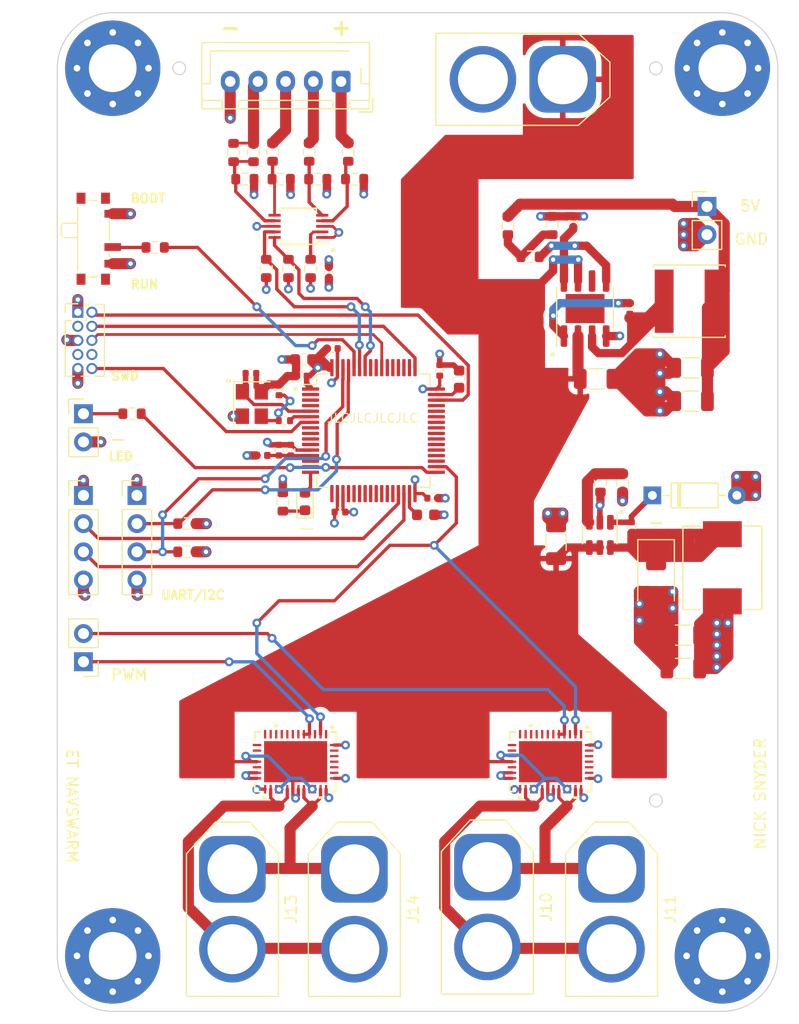
<source format=kicad_pcb>
(kicad_pcb (version 20221018) (generator pcbnew)
  (layers (0 "F.Cu" signal) (1 "In1.Cu" power) (2 "In2.Cu" power) (31 "B.Cu" signal) (34 "B.Paste" user) (35 "F.Paste" user) (36 "B.SilkS" user "B.Silkscreen") (37 "F.SilkS" user "F.Silkscreen") (38 "B.Mask" user) (39 "F.Mask" user) (44 "Edge.Cuts" user))
  (net 0 "")
  (net 1 "Net-(U1-VCAP_1)")
  (net 2 "GND")
  (net 3 "Net-(U1-VCAP_2)")
  (net 4 "+3.3V")
  (net 5 "+3.3VA")
  (net 6 "HSI_IN")
  (net 7 "Net-(C12-Pad1)")
  (net 8 "+5VD")
  (net 9 "VDC")
  (net 10 "Net-(D2-K)")
  (net 11 "Net-(D4-K)")
  (net 12 "Net-(U2-SS)")
  (net 13 "Net-(U2-BS)")
  (net 14 "Net-(U2-SW)")
  (net 15 "Net-(D1-K)")
  (net 16 "LED_STATUS")
  (net 17 "UART3_TX")
  (net 18 "UART3_RX")
  (net 19 "I2C3_SCL")
  (net 20 "I2C3_SDA")
  (net 21 "Net-(J5-Pin_1)")
  (net 22 "Net-(J6-Pin_1)")
  (net 23 "SWDIO")
  (net 24 "SWCLK")
  (net 25 "SW0")
  (net 28 "NRST")
  (net 29 "Net-(J9-Pin_1)")
  (net 30 "Net-(J9-Pin_2)")
  (net 31 "Net-(J9-Pin_3)")
  (net 32 "Fet")
  (net 33 "BOOT0")
  (net 34 "Net-(SW1-B)")
  (net 35 "HSE_OUT")
  (net 36 "Net-(U3-ALERT{slash}RDY)")
  (net 37 "I2C1_SCL")
  (net 38 "I2C1_SDA")
  (net 39 "Net-(U4-Vfb)")
  (net 40 "Net-(U2-FB)")
  (net 41 "Net-(R10-Pad2)")
  (net 42 "LowBat")
  (net 79 "Net-(J6-Pin_2)")
  (net 80 "Net-(J10-Pin_1)")
  (net 81 "Net-(J10-Pin_2)")
  (net 82 "Net-(J13-Pin_1)")
  (net 83 "Net-(J13-Pin_2)")
  (net 84 "Net-(U3-AIN2)")
  (net 85 "Net-(U3-AIN1)")
  (net 86 "Net-(U3-AIN0)")
  (net 125 "/ADC0")
  (net 126 "/AIN3")
  (footprint "Inductor_SMD:L_Sunlord_SWPA6045S" (layer "F.Cu") (at 152 124)
    (fp_text reference "L3")
    (fp_text value "6u8")
  )
  (footprint "Connector_PinHeader_1.27mm:PinHeader_2x05_P1.27mm_Vertical" (layer "F.Cu") (at 96.85 124.99)
    (fp_text reference "J7")
    (fp_text value "SWD")
  )
  (footprint "MountingHole:MountingHole_4.3mm_M4_Pad_Via" (layer "F.Cu") (at 155 103)
    (fp_text reference "H2")
    (fp_text value "MountingHole_Pad")
  )
  (footprint "Resistor_SMD:R_0603_1608Metric" (layer "F.Cu") (at 135.653581 117.175 -90)
    (fp_text reference "R11")
    (fp_text value "90k9")
  )
  (footprint "Resistor_SMD:R_0603_1608Metric" (layer "F.Cu") (at 114.421582 110.563 -90)
    (fp_text reference "R19")
    (fp_text value "11k")
  )
  (footprint "Resistor_SMD:R_0603_1608Metric" (layer "F.Cu") (at 118.5 113)
    (fp_text reference "R17")
    (fp_text value "10k")
  )
  (footprint "Capacitor_SMD:C_0603_1608Metric" (layer "F.Cu") (at 117.225 129.25 180)
    (fp_text reference "C3")
    (fp_text value "4u7")
  )
  (footprint "Connector_PinHeader_2.54mm:PinHeader_1x02_P2.54mm_Vertical" (layer "F.Cu") (at 97.359581 156.491 180)
    (fp_text reference "J6")
    (fp_text value "Conn_01x02_Socket")
  )
  (footprint "Resistor_SMD:R_0402_1005Metric" (layer "F.Cu") (at 115.49 134.763 180)
    (fp_text reference "R2")
    (fp_text value "47")
  )
  (footprint "Package_TO_SOT_SMD:SOT-23-6" (layer "F.Cu") (at 143.95 145.0625 -90)
    (fp_text reference "U4")
    (fp_text value "MCP16301")
  )
  (footprint "Package_SO:SOIC-8-1EP_3.9x4.9mm_P1.27mm_EP2.62x3.51mm" (layer "F.Cu") (at 142.613581 124.66 90)
    (fp_text reference "U2")
    (fp_text value "MP2303ADN")
  )
  (footprint "Capacitor_SMD:C_0603_1608Metric" (layer "F.Cu") (at 128.225 143.25)
    (fp_text reference "C1")
    (fp_text value "2u2")
  )
  (footprint "Resistor_SMD:R_0603_1608Metric" (layer "F.Cu") (at 106.694581 144.045 180)
    (fp_text reference "R13")
    (fp_text value "1k5")
  )
  (footprint "Capacitor_SMD:C_1206_3216Metric" (layer "F.Cu") (at 143.653581 131)
    (fp_text reference "C18")
    (fp_text value "22u")
  )
  (footprint "Capacitor_SMD:C_0402_1005Metric" (layer "F.Cu") (at 119.81 128.263)
    (fp_text reference "C8")
    (fp_text value "100n")
  )
  (footprint "Resistor_SMD:R_0603_1608Metric" (layer "F.Cu") (at 117.723582 110.563 -90)
    (fp_text reference "R20")
    (fp_text value "21k5")
  )
  (footprint "Capacitor_SMD:C_0402_1005Metric" (layer "F.Cu") (at 128.866581 141.75)
    (fp_text reference "C6")
    (fp_text value "100n")
  )
  (footprint "Capacitor_SMD:C_0402_1005Metric" (layer "F.Cu") (at 117.02 130.75 180)
    (fp_text reference "C4")
    (fp_text value "100n")
  )
  (footprint "Connector_AMASS:AMASS_XT60-M_1x02_P7.20mm_Vertical" (layer "F.Cu") (at 140.6 104 180)
    (fp_text reference "J8")
    (fp_text value "XT60 IN")
  )
  (footprint "Resistor_SMD:R_0603_1608Metric" (layer "F.Cu") (at 115.853581 121.049 90)
    (fp_text reference "R5")
    (fp_text value "1k5")
  )
  (footprint "footprints:21-0172_T3857-1C_MXM" (layer "F.Cu") (at 139.5 165.5 -90)
    (fp_text reference "U5")
    (fp_text value "MAX22205ATU+")
  )
  (footprint "Resistor_SMD:R_0603_1608Metric" (layer "F.Cu") (at 110.9 110.6 -90)
    (fp_text reference "R7")
    (fp_text value "1k")
  )
  (footprint "Capacitor_SMD:C_0402_1005Metric" (layer "F.Cu") (at 115 131.993 90)
    (fp_text reference "C12")
    (fp_text value "10p")
  )
  (footprint "footprints:21-0172_T3857-1C_MXM" (layer "F.Cu") (at 116.5 165.5 -90)
    (fp_text reference "U6")
    (fp_text value "MAX22205ATU+")
  )
  (footprint "Resistor_SMD:R_0603_1608Metric" (layer "F.Cu") (at 112.7 110.6 -90)
    (fp_text reference "R23")
    (fp_text value "1k")
  )
  (footprint "Connector_AMASS:AMASS_XT60-F_1x02_P7.20mm_Vertical" (layer "F.Cu") (at 145 175.2 -90)
    (fp_text reference "J11")
    (fp_text value "XT60 OUT")
  )
  (footprint "MountingHole:MountingHole_4.3mm_M4_Pad_Via" (layer "F.Cu") (at 100 183)
    (fp_text reference "H3")
    (fp_text value "MountingHole_Pad")
  )
  (footprint "Capacitor_SMD:C_1206_3216Metric" (layer "F.Cu") (at 151.475 157.097 180)
    (fp_text reference "C16")
    (fp_text value "10u")
  )
  (footprint "Capacitor_SMD:C_0402_1005Metric" (layer "F.Cu") (at 146.8 144.4 -90)
    (fp_text reference "C15")
    (fp_text value "100n")
  )
  (footprint "Resistor_SMD:R_0603_1608Metric" (layer "F.Cu") (at 115.346581 142.088 90)
    (fp_text reference "R3")
    (fp_text value "1k5")
  )
  (footprint "Capacitor_SMD:C_0402_1005Metric" (layer "F.Cu") (at 141.55 116.82 90)
    (fp_text reference "C19")
    (fp_text value "22n")
  )
  (footprint "Inductor_SMD:L_0402_1005Metric" (layer "F.Cu") (at 113.464 137.899)
    (fp_text reference "L1")
    (fp_text value "39n")
  )
  (footprint "Resistor_SMD:R_0603_1608Metric" (layer "F.Cu") (at 137.653581 120 180)
    (fp_text reference "R10")
    (fp_text value "10k")
  )
  (footprint "Resistor_SMD:R_0603_1608Metric" (layer "F.Cu") (at 111.925 113)
    (fp_text reference "R22")
    (fp_text value "10k")
  )
  (footprint "Capacitor_SMD:C_1206_3216Metric" (layer "F.Cu") (at 151.475 154.097 180)
    (fp_text reference "C17")
    (fp_text value "10u")
  )
  (footprint "Capacitor_SMD:C_1206_3216Metric" (layer "F.Cu") (at 140 145.725 90)
    (fp_text reference "C14")
    (fp_text value "10u")
  )
  (footprint "Capacitor_SMD:C_0603_1608Metric" (layer "F.Cu") (at 131.25 131.025 90)
    (fp_text reference "C2")
    (fp_text value "2u2")
  )
  (footprint "Connector_AMASS:AMASS_XT60-F_1x02_P7.20mm_Vertical" (layer "F.Cu") (at 121.8 175.2 -90)
    (fp_text reference "J14")
    (fp_text value "XT60 OUT")
  )
  (footprint "Resistor_SMD:R_0603_1608Metric" (layer "F.Cu") (at 139.653581 117.175 90)
    (fp_text reference "R12")
    (fp_text value "10k")
  )
  (footprint "Capacitor_SMD:C_0402_1005Metric" (layer "F.Cu") (at 119.501582 121.394 90)
    (fp_text reference "C13")
    (fp_text value "100n")
  )
  (footprint "Connector_PinHeader_2.54mm:PinHeader_1x02_P2.54mm_Vertical" (layer "F.Cu") (at 153.613581 115.46)
    (fp_text reference "J1")
    (fp_text value "5v Out")
  )
  (footprint "MountingHole:MountingHole_4.3mm_M4_Pad_Via" (layer "F.Cu") (at 100 103)
    (fp_text reference "H1")
    (fp_text value "MountingHole_Pad")
  )
  (footprint "Connector_PinHeader_2.54mm:PinHeader_1x04_P2.54mm_Vertical" (layer "F.Cu") (at 97.359581 141.505)
    (fp_text reference "J2")
    (fp_text value "Conn_01x04_Socket")
  )
  (footprint "Package_QFP:LQFP-64_10x10mm_P0.5mm" (layer "F.Cu") (at 123.521581 135.663)
    (fp_text reference "U1")
    (fp_text value "STM32F405RGTx")
  )
  (footprint "Resistor_SMD:R_0603_1608Metric" (layer "F.Cu") (at 121.25 110.563 -90)
    (fp_text reference "R21")
    (fp_text value "32k")
  )
  (footprint "Connector_PinHeader_2.54mm:PinHeader_1x02_P2.54mm_Vertical" (layer "F.Cu") (at 97.359581 134.139)
    (fp_text reference "J5")
    (fp_text value "Conn_01x02_Socket")
  )
  (footprint "Resistor_SMD:R_0603_1608Metric" (layer "F.Cu") (at 121.825 113)
    (fp_text reference "R18")
    (fp_text value "10k")
  )
  (footprint "Crystal:Crystal_SMD_3225-4Pin_3.2x2.5mm" (layer "F.Cu") (at 112.55 133.263 -90)
    (fp_text reference "Y1")
    (fp_text value "16MHz")
  )
  (footprint "Connector_JST:JST_XH_B5B-XH-AM_1x05_P2.50mm_Vertical" (layer "F.Cu") (at 120.6 104.2 180)
    (fp_text reference "J9")
    (fp_text value "Conn_01x05_Pin")
  )
  (footprint "Resistor_SMD:R_0603_1608Metric" (layer "F.Cu") (at 144 140.375 -90)
    (fp_text reference "R9")
    (fp_text value "10k")
  )
  (footprint "Connector_PinHeader_2.54mm:PinHeader_1x04_P2.54mm_Vertical" (layer "F.Cu") (at 102.185581 141.505)
    (fp_text reference "J4")
    (fp_text value "Conn_01x04_Socket")
  )
  (footprint "Capacitor_SMD:C_0402_1005Metric" (layer "F.Cu") (at 146.653581 124.655 -90)
    (fp_text reference "C20")
    (fp_text value "100n")
  )
  (footprint "Capacitor_SMD:C_1206_3216Metric" (layer "F.Cu") (at 152.178581 133 180)
    (fp_text reference "C22")
    (fp_text value "22u")
  )
  (footprint "Resistor_SMD:R_0603_1608Metric" (layer "F.Cu") (at 115.2 113)
    (fp_text reference "R16")
    (fp_text value "10k")
  )
  (footprint "Button_Switch_SMD:SW_SPDT_PCM12" (layer "F.Cu") (at 98.57 118.367 -90)
    (fp_text reference "SW1")
    (fp_text value "SW_SPDT")
  )
  (footprint "Capacitor_SMD:C_0402_1005Metric" (layer "F.Cu") (at 120.5 143 180)
    (fp_text reference "C5")
    (fp_text value "100n")
  )
  (footprint "Capacitor_SMD:C_0402_1005Metric" (layer "F.Cu") (at 115 137.42 90)
    (fp_text reference "C9")
    (fp_text value "1u")
  )
  (footprint "Resistor_SMD:R_0603_1608Metric" (layer "F.Cu") (at 146 140.375 90)
    (fp_text reference "R8")
    (fp_text value "31k6")
  )
  (footprint "Resistor_SMD:R_0603_1608Metric" (layer "F.Cu") (at 103.828 119.153 180)
    (fp_text reference "R1")
    (fp_text value "10k")
  )
  (footprint "Capacitor_SMD:C_1206_3216Metric" (layer "F.Cu") (at 152.178581 130 180)
    (fp_text reference "C21")
    (fp_text value "22u")
  )
  (footprint "Diode_SMD:D_SMA" (layer "F.Cu") (at 149.02 149 -90)
    (fp_text reference "D4")
    (fp_text value "B140-E3")
  )
  (footprint "Capacitor_SMD:C_0402_1005Metric" (layer "F.Cu") (at 129.5 130.23 90)
    (fp_text reference "C7")
    (fp_text value "100n")
  )
  (footprint "Inductor_SMD:L_Sunlord_MWSA0603S" (layer "F.Cu") (at 155 148.025 -90)
    (fp_text reference "L2")
    (fp_text value "15u")
  )
  (footprint "LED_SMD:LED_0603_1608Metric" (layer "F.Cu") (at 117.346581 142.0505 90)
    (fp_text reference "D1")
    (fp_text value "BLUE")
  )
  (footprint "Resistor_SMD:R_0603_1608Metric" (layer "F.Cu") (at 101.740581 134.139 180)
    (fp_text reference "R15")
    (fp_text value "500")
  )
  (footprint "Connector_AMASS:AMASS_XT60-F_1x02_P7.20mm_Vertical" (layer "F.Cu") (at 110.8 175.2 -90)
    (fp_text reference "J13")
    (fp_text value "XT60 OUT")
  )
  (footprint "Resistor_SMD:R_0603_1608Metric" (layer "F.Cu") (at 117.853581 121.049 90)
    (fp_text reference "R4")
    (fp_text value "1k5")
  )
  (footprint "Package_SO:TSSOP-10_3x3mm_P0.5mm" (layer "F.Cu") (at 116.75 117.25 180)
    (fp_text reference "U3")
    (fp_text value "ADS1115IDGS")
  )
  (footprint "Resistor_SMD:R_0603_1608Metric" (layer "F.Cu") (at 106.694581 146.585 180)
    (fp_text reference "R14")
    (fp_text value "1k5")
  )
  (footprint "Connector_AMASS:AMASS_XT60-F_1x02_P7.20mm_Vertical" (layer "F.Cu") (at 133.8 175 -90)
    (fp_text reference "J10")
    (fp_text value "XT60 OUT")
  )
  (footprint "Resistor_SMD:R_0603_1608Metric" (layer "F.Cu") (at 113.853581 121.049 90)
    (fp_text reference "R6")
    (fp_text value "1k5")
  )
  (footprint "MountingHole:MountingHole_4.3mm_M4_Pad_Via" (layer "F.Cu") (at 155 183)
    (fp_text reference "H4")
    (fp_text value "MountingHole_Pad")
  )
  (footprint "Capacitor_SMD:C_0402_1005Metric" (layer "F.Cu") (at 116.05 137.42 90)
    (fp_text reference "C10")
    (fp_text value "10n")
  )
  (footprint "Diode_THT:D_DO-35_SOD27_P7.62mm_Horizontal" (layer "F.Cu") (at 148.69 141.5)
    (fp_text reference "D2")
    (fp_text value "1N4148")
  )
  (footprint "Capacitor_SMD:C_0402_1005Metric" (layer "F.Cu") (at 112.47 130.5)
    (fp_text reference "C11")
    (fp_text value "10p")
  )
  (gr_circle (center 145.9 143) (end 146 143) (stroke (width 0.2)) (fill none) (layer "F.SilkS"))
  (gr_line (start 117 144.5) (end 118 144.5) (stroke (width 0.15)) (layer "F.SilkS"))
  (gr_circle (center 119.8 162.4) (end 119.9 162.4) (stroke (width 0.2)) (fill none) (layer "F.SilkS"))
  (gr_circle (center 139.7 128.8) (end 139.8 128.8) (stroke (width 0.2)) (fill none) (layer "F.SilkS"))
  (gr_line (start 100 136.5) (end 101 136.5) (stroke (width 0.15)) (layer "F.SilkS"))
  (gr_circle (center 119.9 119.4) (end 120 119.4) (stroke (width 0.2)) (fill none) (layer "F.SilkS"))
  (gr_circle (center 142.8 162.4) (end 142.9 162.4) (stroke (width 0.2)) (fill none) (layer "F.SilkS"))
  (gr_circle (center 110.45 131.2) (end 110.5 131.15) (stroke (width 0.15)) (fill none) (layer "F.SilkS"))
  (gr_line (start 148.5 144) (end 149.5 144) (stroke (width 0.15)) (layer "F.SilkS"))
  (gr_circle (center 116.5 131.9) (end 116.6 131.9) (stroke (width 0.2)) (fill none) (layer "F.SilkS"))
  (gr_circle locked (center 149 169) (end 149.576 169) (stroke (width 0.1)) (fill none) (layer "Edge.Cuts"))
  (gr_line (start 95 183) (end 95 103) (stroke (width 0.1)) (layer "Edge.Cuts"))
  (gr_arc (start 100 188) (mid 96.464466 186.535534) (end 95 183) (stroke (width 0.1)) (layer "Edge.Cuts"))
  (gr_line (start 160 103) (end 160 183) (stroke (width 0.1)) (layer "Edge.Cuts"))
  (gr_line (start 100 98) (end 155 98) (stroke (width 0.1)) (layer "Edge.Cuts"))
  (gr_arc (start 160 183) (mid 158.535534 186.535534) (end 155 188) (stroke (width 0.1)) (layer "Edge.Cuts"))
  (gr_circle locked (center 149 103) (end 149.576 103) (stroke (width 0.1)) (fill none) (layer "Edge.Cuts"))
  (gr_circle locked (center 106 103) (end 106.576 103) (stroke (width 0.1)) (fill none) (layer "Edge.Cuts"))
  (gr_line (start 155 188) (end 100 188) (stroke (width 0.1)) (layer "Edge.Cuts"))
  (gr_arc (start 95 103) (mid 96.464466 99.464466) (end 100 98) (stroke (width 0.1)) (layer "Edge.Cuts"))
  (gr_arc (start 155 98) (mid 158.535534 99.464466) (end 160 103) (stroke (width 0.1)) (layer "Edge.Cuts"))
  (gr_text "PWM" (at 99.75 158.25) (layer "F.SilkS") (effects (font (size 1 1)) (justify left bottom)))
  (gr_text "+" (at 119.5 100.2) (layer "F.SilkS") (effects (font (size 1.5 1.5) (thickness 0.3) bold) (justify left bottom)))
  (gr_text "5V" (at 156.5 116) (layer "F.SilkS") (effects (font (size 1 1)) (justify left bottom)))
  (gr_text "LED" (at 99.5 138.45) (layer "F.SilkS") (effects (font (size 0.8 0.8) (thickness 0.2) bold) (justify left bottom)))
  (gr_text "SWD" (at 99.75 131.2) (layer "F.SilkS") (effects (font (size 0.8 0.8) (thickness 0.2) bold) (justify left bottom)))
  (gr_text "RUN" (at 101.5 122.95) (layer "F.SilkS") (effects (font (size 0.8 0.8) (thickness 0.2) bold) (justify left bottom)))
  (gr_text locked "JLCJLCJLCJLC" (at 119.25 135) (layer "F.SilkS") (effects (font (size 0.8 0.8) (thickness 0.1)) (justify left bottom)))
  (gr_text "ET NAVSWARM" (at 95.75 164.25 270) (layer "F.SilkS") (effects (font (size 1 1)) (justify left bottom)))
  (gr_text "UART/I2C" (at 104.25 150.95) (layer "F.SilkS") (effects (font (size 0.8 0.8) (thickness 0.2) bold) (justify left bottom)))
  (gr_text "GND" (at 156 119) (layer "F.SilkS") (effects (font (size 1 1)) (justify left bottom)))
  (gr_text "BOOT" (at 101.5 115.2) (layer "F.SilkS") (effects (font (size 0.8 0.8) (thickness 0.2) bold) (justify left bottom)))
  (gr_text "-" (at 109.5 100.2) (layer "F.SilkS") (effects (font (size 1.5 1.5) (thickness 0.3) bold) (justify left bottom)))
  (gr_text "NICK SNYDER" (at 159 173.5 90) (layer "F.SilkS") (effects (font (size 1 1)) (justify left bottom)))
  (segment (start 126.771581 142.571581) (end 126.771581 141.338) (width 0.3) (layer "F.Cu") (net 1))
  (segment (start 127.45 143.25) (end 126.771581 142.571581) (width 0.3) (layer "F.Cu") (net 1))
  (segment (start 141 116.35) (end 141.01 116.34) (width 0.75) (layer "F.Cu") (net 2))
  (segment (start 143.95 143.925) (end 143.95 142.4) (width 0.5) (layer "F.Cu") (net 2))
  (segment (start 139.25 143.5) (end 140 144.25) (width 1) (layer "F.Cu") (net 2))
  (segment (start 144.518581 127.14) (end 145.735 127.14) (width 0.75) (layer "F.Cu") (net 2))
  (segment (start 119.25 167.9765) (end 119.25 168.499999) (width 0.3) (layer "F.Cu") (net 2))
  (segment (start 116.54 129.34) (end 116.45 129.25) (width 0.75) (layer "F.Cu") (net 2))
  (segment (start 120.29 128.263) (end 120.271581 128.281419) (width 0.3) (layer "F.Cu") (net 2))
  (segment (start 130.75 129.75) (end 131.25 130.25) (width 0.5) (layer "F.Cu") (net 2))
  (segment (start 139.25 165.75) (end 139.5 165.5) (width 0.3) (layer "F.Cu") (net 2))
  (segment (start 150.52 151.667) (end 150.23 151.667) (width 1) (layer "F.Cu") (net 2))
  (segment (start 145.128581 131.038581) (end 145.128581 131) (width 1) (layer "F.Cu") (net 2))
  (segment (start 112.95 131.713) (end 113.4 132.163) (width 0.5) (layer "F.Cu") (net 2))
  (segment (start 116.54 130.75) (end 116.54 129.34) (width 0.75) (layer "F.Cu") (net 2))
  (segment (start 142.25 167.9765) (end 142.25 168.5) (width 0.3) (layer "F.Cu") (net 2))
  (segment (start 152.613581 117) (end 153.613581 118) (width 1) (layer "F.Cu") (net 2))
  (segment (start 150.52 156.577) (end 150 157.097) (width 1) (layer "F.Cu") (net 2))
  (segment (start 115 131.513) (end 114.05 131.513) (width 0.75) (layer "F.Cu") (net 2))
  (segment (start 139.25 168.5) (end 139.5 168.75) (width 0.3) (layer "F.Cu") (net 2))
  (segment (start 151.5 117) (end 152.613581 117) (width 1) (layer "F.Cu") (net 2))
  (segment (start 112 166.75) (end 112.25 167) (width 0.3) (layer "F.Cu") (net 2))
  (segment (start 147.75 132.16) (end 146.624291 132.16) (width 1) (layer "F.Cu") (net 2))
  (segment (start 96.851581 131.398419) (end 96.851581 130.075) (width 1) (layer "F.Cu") (net 2))
  (segment (start 129.5 129.75) (end 129.5 128.75) (width 0.5) (layer "F.Cu") (net 2))
  (segment (start 135.249999 166.500001) (end 136.0202 166.500001) (width 0.3) (layer "F.Cu") (net 2))
  (segment (start 112.249999 166.500001) (end 112 166.75) (width 0.3) (layer "F.Cu") (net 2))
  (segment (start 149.453581 128.75) (end 150.703581 130) (width 1) (layer "F.Cu") (net 2))
  (segment (start 149.363581 133.886419) (end 149.363581 132.16) (width 1) (layer "F.Cu") (net 2))
  (segment (start 147.52 151.667) (end 149.02 151.667) (width 1) (layer "F.Cu") (net 2))
  (segment (start 150.52 151.667) (end 150.52 153.577) (width 1) (layer "F.Cu") (net 2))
  (segment (start 147.5 131.25) (end 146.25 131.25) (width 1) (layer "F.Cu") (net 2))
  (segment (start 116.45 129.25) (end 115.25 129.25) (width 0.75) (layer "F.Cu") (net 2))
  (segment (start 148.613581 131.25) (end 147.5 131.25) (width 1) (layer "F.Cu") (net 2))
  (segment (start 146.624291 132.16) (end 145.464291 131) (width 1) (layer "F.Cu") (net 2))
  (segment (start 145.128581 130.645) (end 145.128581 131) (width 1) (layer "F.Cu") (net 2))
  (segment (start 139.5 168.75) (end 139.75 168.5) (width 0.3) (layer "F.Cu") (net 2))
  (segment (start 114.05 131.513) (end 113.4 132.163) (width 0.75) (layer "F.Cu") (net 2))
  (segment (start 110.6 104.2) (end 110.6 107.5) (width 1) (layer "F.Cu") (net 2))
  (segment (start 116.25 130.75) (end 115.763 130.75) (width 0.75) (layer "F.Cu") (net 2))
  (segment (start 149.363581 129.386419) (end 147.5 131.25) (width 1) (layer "F.Cu") (net 2))
  (segment (start 101.607 120.617) (end 100 120.617) (width 1) (layer "F.Cu") (net 2))
  (segment (start 149.363581 132.16) (end 147.75 132.16) (width 1) (layer "F.Cu") (net 2))
  (segment (start 115 136.94) (end 116.05 136.94) (width 0.5) (layer "F.Cu") (net 2))
  (segment (start 116.75 168.539377) (end 116.498907 168.79047) (width 0.3) (layer "F.Cu") (net 2))
  (segment (start 145.3 131) (end 145.128581 131) (width 1) (layer "F.Cu") (net 2))
  (segment (start 141.01 116.34) (end 141.55 116.34) (width 0.75) (layer "F.Cu") (net 2))
  (segment (start 129.346581 141.75) (end 130 141.75) (width 0.75) (layer "F.Cu") (net 2))
  (segment (start 149.363581 133.886419) (end 149.363581 133.773581) (width 1) (layer "F.Cu") (net 2))
  (segment (start 114.05 131.513) (end 114.8 131.513) (width 0.3) (layer "F.Cu") (net 2))
  (segment (start 150 156.147) (end 150 155.397) (width 1) (layer "F.Cu") (net 2))
  (segment (start 150.52 150.167) (end 150.52 151.627) (width 1) (layer "F.Cu") (net 2))
  (segment (start 119.25 168.499999) (end 119.500001 168.75) (width 0.3) (layer "F.Cu") (net 2))
  (segment (start 140.6 143.65) (end 140 144.25) (width 1) (layer "F.Cu") (net 2))
  (segment (start 147.52 153.667) (end 150 156.147) (width 1) (layer "F.Cu") (net 2))
  (segment (start 119.501582 120.914) (end 119.501582 120.251582) (width 0.75) (layer "F.Cu") (net 2))
  (segment (start 112.75 113) (end 112.75 114.4) (width 0.75) (layer "F.Cu") (net 2))
  (segment (start 148.77 151.167) (end 149.02 150.917) (width 1) (layer "F.Cu") (net 2))
  (segment (start 149.025 153.122) (end 150 154.097) (width 1) (layer "F.Cu") (net 2))
  (segment (start 149.363581 128.75) (end 149.453581 128.75) (width 1) (layer "F.Cu") (net 2))
  (segment (start 147.378581 128.75) (end 145.128581 131) (width 1) (layer "F.Cu") (net 2))
  (segment (start 120.02 143) (end 120.02 143.98) (width 0.3) (layer "F.Cu") (net 2))
  (segment (start 120.271581 130.86612) (end 120.271581 128.281419) (width 0.3) (layer "F.Cu") (net 2))
  (segment (start 97.359581 150.359581) (end 97.5 150.5) (width 1) (layer "F.Cu") (net 2))
  (segment (start 116.75 167.9765) (end 116.75 168.539377) (width 0.3) (layer "F.Cu") (net 2))
  (segment (start 136.0202 167) (end 135.25 167) (width 0.3) (layer "F.Cu") (net 2))
  (segment (start 149.817162 133.886419) (end 150.703581 133) (width 1) (layer "F.Cu") (net 2))
  (segment (start 146.25 131.25) (end 145.378581 131.25) (width 1) (layer "F.Cu") (net 2))
  (segment (start 116.05 114.4) (end 116.025 114.375) (width 0.75) (layer "F.Cu") (net 2))
  (segment (start 145.378581 131.25) (end 145.128581 131) (width 1) (layer "F.Cu") (net 2))
  (segment (start 150.203581 130.5) (end 150.703581 130) (width 1) (layer "F.Cu") (net 2))
  (segment (start 119.737478 131.363) (end 119.987478 131.113) (width 0.3) (layer "F.Cu") (net 2))
  (segment (start 119.774701 131.363) (end 120.271581 130.86612) (width 0.3) (layer "F.Cu") (net 2))
  (segment (start 95.911351 127.535) (end 95.853269 127.476918) (width 1) (layer "F.Cu") (net 2))
  (segment (start 147.52 151.667) (end 147.52 154.617) (width 1) (layer "F.Cu") (net 2))
  (segment (start 112.25 167) (end 113.0202 167) (width 0.3) (layer "F.Cu") (net 2))
  (segment (start 102.185581 149.125) (end 102.185581 150.435581) (width 1) (layer "F.Cu") (net 2))
  (segment (start 151.5 117) (end 151.5 119) (width 1) (layer "F.Cu") (net 2))
  (segment (start 144 142.35) (end 143.95 142.4) (width 0.75) (layer "F.Cu") (net 2))
  (segment (start 148.186419 133.886419) (end 145.3 131) (width 1) (layer "F.Cu") (net 2))
  (segment (start 136.75 167.9765) (end 136.2735 167.9765) (width 0.3) (layer "F.Cu") (net 2))
  (segment (start 149.363581 130.5) (end 149.363581 132.16) (width 1) (layer "F.Cu") (net 2))
  (segment (start 139.25 167.9765) (end 139.25 165.75) (width 0.3) (layer "F.Cu") (net 2))
  (segment (start 142.25 168.5) (end 142.5 168.75) (width 0.3) (layer "F.Cu") (net 2))
  (segment (start 120.02 143.98) (end 120 144) (width 0.3) (layer "F.Cu") (net 2))
  (segment (start 113.75 167.9765) (end 113.0235 167.9765) (width 0.3) (layer "F.Cu") (net 2))
  (segment (start 150 155.397) (end 150 154.097) (width 1) (layer "F.Cu") (net 2))
  (segment (start 149.363581 128.75) (end 149.363581 129.386419) (width 1) (layer "F.Cu") (net 2))
  (segment (start 135.25 167) (end 135 166.75) (width 0.3) (layer "F.Cu") (net 2))
  (segment (start 147.52 151.667) (end 147.57 151.667) (width 1) (layer "F.Cu") (net 2))
  (segment (start 116.25 167.9765) (end 116.25 168.541563) (width 0.3) (layer "F.Cu") (net 2))
  (segment (start 149.363581 133.886419) (end 148.186419 133.886419) (width 1) (layer "F.Cu") (net 2))
  (segment (start 120.271581 141.338) (end 120.271581 142.748419) (width 0.3) (layer "F.Cu") (net 2))
  (segment (start 113.0202 166.500001) (end 112.249999 166.500001) (width 0.3) (layer "F.Cu") (net 2))
  (segment (start 147.52 152.917) (end 150 155.397) (width 1) (layer "F.Cu") (net 2))
  (segment (start 140.6 143.1) (end 139.25 143.1) (width 1) (layer "F.Cu") (net 2))
  (segment (start 129.5 129.75) (end 130.75 129.75) (width 0.5) (layer "F.Cu") (net 2))
  (segment (start 149.863581 132.16) (end 150.703581 133) (width 1) (layer "F.Cu") (net 2))
  (segment (start 102.185581 150.435581) (end 102.25 150.5) (width 1) (layer "F.Cu") (net 2))
  (segment (start 151.5 118) (end 153.613581 118) (width 1) (layer "F.Cu") (net 2))
  (segment (start 120.271581 142.748419) (end 120.02 143) (width 0.3) (layer "F.Cu") (net 2))
  (segment (start 139.25 143.1) (end 139.25 143.5) (width 1) (layer "F.Cu") (net 2))
  (segment (start 149.363581 130.5) (end 148.613581 131.25) (width 1) (layer "F.Cu") (net 2))
  (segment (start 139.75 168.5) (end 139.75 167.9765) (width 0.3) (layer "F.Cu") (net 2))
  (segment (start 149.363581 128.75) (end 147.378581 128.75) (width 1) (layer "F.Cu") (net 2))
  (segment (start 120.024701 131.113) (end 120.271581 130.86612) (width 0.3) (layer "F.Cu") (net 2))
  (segment (start 139.25 167.9765) (end 139.25 168.5) (width 0.3) (layer "F.Cu") (net 2))
  (segment (start 116.968461 137.413) (end 117.846581 137.413) (width 0.3) (layer "F.Cu") (net 2))
  (segment (start 151.5 119) (end 152.613581 119) (width 1) (layer "F.Cu") (net 2))
  (segment (start 129 143.25) (end 129.903419 143.25) (width 0.75) (layer "F.Cu") (net 2))
  (segment (start 139.653581 116.35) (end 141 116.35) (width 0.75) (layer "F.Cu") (net 2))
  (segment (start 147.52 154.617) (end 150 157.097) (width 1) (layer "F.Cu") (net 2))
  (segment (start 140.6 143.1) (end 140.6 143.65) (width 1) (layer "F.Cu") (net 2))
  (segment (start 152.613581 119) (end 153.613581 118) (width 1) (layer "F.Cu") (net 2))
  (segment (start 119.3 114.35) (end 119.325 114.325) (width 0.75) (layer "F.Cu") (net 2))
  (segment (start 116.025 114.375) (end 116.025 113) (width 0.75) (layer "F.Cu") (net 2))
  (segment (start 148.75 128.75) (end 146.25 131.25) (width 1) (layer "F.Cu") (net 2))
  (segment (start 116.569846 137.413) (end 116.096846 136.94) (width 0.3) (layer "F.Cu") (net 2))
  (segment (start 147.52 151.667) (end 147.52 152.917) (width 1) (layer "F.Cu") (net 2))
  (segment (start 142.5 116.35) (end 141.56 116.35) (width 0.75) (layer "F.Cu") (net 2))
  (segment (start 150.52 150.167) (end 147.52 150.167) (width 1) (layer "F.Cu") (net 2))
  (segment (start 97.359581 149.125) (end 97.359581 150.359581) (width 1) (layer "F.Cu") (net 2))
  (segment (start 147.57 151.667) (end 149.025 153.122) (width 1) (layer "F.Cu") (net 2))
  (segment (start 98.929 136.679) (end 97.359581 136.679) (width 1) (layer "F.Cu") (net 2))
  (segment (start 143.749289 164) (end 143.780081 163.969208) (width 0.3) (layer "F.Cu") (net 2))
  (segment (start 141.56 116.35) (end 141.55 116.34) (width 0.75) (layer "F.Cu") (net 2))
  (segment (start 110.863 134.363) (end 111.7 134.363) (width 1) (layer "F.Cu") (net 2))
  (segment (start 135 166.75) (end 135.249999 166.500001) (width 0.3) (layer "F.Cu") (net 2))
  (segment (start 116.54 130.75) (end 116.25 130.75) (width 0.75) (layer "F.Cu") (net 2))
  (segment (start 149.27 151.167) (end 149.27 151.167) (width 1) (layer "F.Cu") (net 2))
  (segment (start 147.52 151.667) (end 150.52 151.667) (width 1) (layer "F.Cu") (net 2))
  (segment (start 150.52 150.167) (end 150.52 151.667) (width 1) (layer "F.Cu") (net 2))
  (segment (start 142.9798 167) (end 143.749289 167) (width 0.3) (layer "F.Cu") (net 2))
  (segment (start 122.65 114.35) (end 122.65 113) (width 0.75) (layer "F.Cu") (net 2))
  (segment (start 147.52 151.667) (end 147.52 150.167) (width 1) (layer "F.Cu") (net 2))
  (segment (start 145.464291 131) (end 145.128581 131) (width 1) (layer "F.Cu") (net 2))
  (segment (start 150.52 151.627) (end 149.025 153.122) (width 1) (layer "F.Cu") (net 2))
  (segment (start 119.95 118.25) (end 120.4 117.8) (width 0.25) (layer "F.Cu") (net 2))
  (segment (start 96.851581 127.535) (end 95.911351 127.535) (width 1) (layer "F.Cu") (net 2))
  (segment (start 119.9798 167) (end 121 167) (width 0.3) (layer "F.Cu") (net 2))
  (segment (start 116.25 167.9765) (end 116.25 165.75) (width 0.3) (layer "F.Cu") (net 2))
  (segment (start 119.9798 164) (end 121 164) (width 0.3) (layer "F.Cu") (net 2))
  (segment (start 147.52 151.667) (end 147.52 153.667) (width 1) (layer "F.Cu") (net 2))
  (segment (start 150 157.097) (end 150 156.147) (width 1) (layer "F.Cu") (net 2))
  (segment (start 145.735 127.14) (end 145.75 127.125) (width 0.75) (layer "F.Cu") (net 2))
  (segment (start 147.52 150.167) (end 147.52 150.577) (width 1) (layer "F.Cu") (net 2))
  (segment (start 150.52 153.577) (end 150 154.097) (width 1) (layer "F.Cu") (net 2))
  (segment (start 149.363581 128.75) (end 149.363581 130.5) (width 1) (layer "F.Cu") (net 2))
  (segment (start 148.27 150.167) (end 149.02 150.917) (width 1) (layer "F.Cu") (net 2))
  (segment (start 119.737478 131.363) (end 119.774701 131.363) (width 0.3) (layer "F.Cu") (net 2))
  (segment (start 147.52 150.577) (end 150.52 153.577) (width 1) (layer "F.Cu") (net 2))
  (segment (start 119.85 117.25) (end 120.4 117.8) (width 0.25) (layer "F.Cu") (net 2))
  (segment (start 139.653581 116.35) (end 138.6 116.35) (width 0.75) (layer "F.Cu") (net 2))
  (segment (start 119.501582 120.251582) (end 119.5 120.25) (width 0.75) (layer "F.Cu") (net 2))
  (segment (start 149.02 151.667) (end 150.52 150.167) (width 1) (layer "F.Cu") (net 2))
  (segment (start 115.763 130.75) (end 115 131.513) (width 0.75) (layer "F.Cu") (net 2))
  (segment (start 150.52 151.667) (end 150.52 156.577) (width 1) (layer "F.Cu") (net 2))
  (segment (start 113.95 136.7) (end 114.19 136.94) (width 0.5) (layer "F.Cu") (net 2))
  (segment (start 116.25 165.75) (end 116.5 165.5) (width 0.3) (layer "F.Cu") (net 2))
  (segment (start 116.25 168.541563) (end 116.498907 168.79047) (width 0.3) (layer "F.Cu") (net 2))
  (segment (start 149.363581 132.16) (end 149.863581 132.16) (width 1) (layer "F.Cu") (net 2))
  (segment (start 144 141.2) (end 144 142.35) (width 0.75) (layer "F.Cu") (net 2))
  (segment (start 115.346581 140.013) (end 115.346581 141.263) (width 0.75) (layer "F.Cu") (net 2))
  (segment (start 142.9798 164) (end 143.749289 164) (width 0.3) (layer "F.Cu") (net 2))
  (segment (start 120.271581 128.281419) (end 120.271581 129.988) (width 0.3) (layer "F.Cu") (net 2))
  (segment (start 143.749289 167) (end 143.780081 167.030792) (width 0.3) (layer "F.Cu") (net 2))
  (segment (start 149.363581 133.886419) (end 149.817162 133.886419) (width 1) (layer "F.Cu") (net 2))
  (segment (start 117.846581 137.413) (end 116.569846 137.413) (width 0.3) (layer "F.Cu") (net 2))
  (segment (start 136.2735 167.9765) (end 136.25 168) (width 0.3) (layer "F.Cu") (net 2))
  (segment (start 149.363581 133.773581) (end 147.75 132.16) (width 1) (layer "F.Cu") (net 2))
  (segment (start 119.325 114.325) (end 119.325 113) (width 0.75) (layer "F.Cu") (net 2))
  (segment (start 113.0235 167.9765) (end 113 168) (width 0.3) (layer "F.Cu") (net 2))
  (segment (start 149.363581 128.75) (end 148.75 128.75) (width 1) (layer "F.Cu") (net 2))
  (segment (start 116.096846 136.94) (end 116.05 136.94) (width 0.3) (layer "F.Cu") (net 2))
  (segment (start 114.19 136.94) (end 115 136.94) (width 0.5) (layer "F.Cu") (net 2))
  (segment (start 118.9 117.25) (end 119.85 117.25) (width 0.25) (layer "F.Cu") (net 2))
  (segment (start 118.9 118.25) (end 119.95 118.25) (width 0.25) (layer "F.Cu") (net 2))
  (segment (start 149.363581 130.5) (end 150.203581 130.5) (width 1) (layer "F.Cu") (net 2))
  (segment (start 112.95 130.5) (end 112.95 131.713) (width 0.5) (layer "F.Cu") (net 2))
  (segment (start 147.52 150.167) (end 148.27 150.167) (width 1) (layer "F.Cu") (net 2))
  (segment (start 119.987478 131.113) (end 120.024701 131.113) (width 0.3) (layer "F.Cu") (net 2))
  (via (at 143.780081 167.030792) (size 0.8) (drill 0.4) (layers "F.Cu" "B.Cu") (net 2))
  (via (at 150.52 151.667) (size 0.8) (drill 0.4) (layers "F.Cu" "B.Cu") (net 2))
  (via (at 139.5 168.75) (size 0.8) (drill 0.4) (layers "F.Cu" "B.Cu") (net 2))
  (via (at 115.346581 140.013) (size 0.8) (drill 0.4) (layers "F.Cu" "B.Cu") (net 2))
  (via (at 98.929 136.679) (size 0.8) (drill 0.4) (layers "F.Cu" "B.Cu") (net 2))
  (via (at 120.4 117.8) (size 0.8) (drill 0.4) (layers "F.Cu" "B.Cu") (net 2))
  (via (at 110.6 107.5) (size 0.8) (drill 0.4) (layers "F.Cu" "B.Cu") (net 2))
  (via (at 96.851581 131.398419) (size 0.8) (drill 0.4) (layers "F.Cu" "B.Cu") (net 2))
  (via (at 121 164) (size 0.8) (drill 0.4) (layers "F.Cu" "B.Cu") (net 2))
  (via (at 150.52 150.167) (size 0.8) (drill 0.4) (layers "F.Cu" "B.Cu") (net 2))
  (via (at 147.52 151.27) (size 0.8) (drill 0.4) (layers "F.Cu" "B.Cu") (net 2))
  (via (at 145.75 127.125) (size 0.8) (drill 0.4) (layers "F.Cu" "B.Cu") (net 2))
  (via (at 151.5 119) (size 0.8) (drill 0.4) (layers "F.Cu" "B.Cu") (net 2))
  (via (at 129.903419 143.25) (size 0.8) (drill 0.4) (layers "F.Cu" "B.Cu") (net 2))
  (via (at 142.5 168.75) (size 0.8) (drill 0.4) (layers "F.Cu" "B.Cu") (net 2))
  (via (at 115.25 129.25) (size 0.8) (drill 0.4) (layers "F.Cu" "B.Cu") (net 2))
  (via (at 119.3 114.35) (size 0.8) (drill 0.4) (layers "F.Cu" "B.Cu") (net 2))
  (via (at 135 166.75) (size 0.8) (drill 0.4) (layers "F.Cu" "B.Cu") (net 2))
  (via (at 116.05 114.4) (size 0.8) (drill 0.4) (layers "F.Cu" "B.Cu") (net 2))
  (via (at 149.363581 133.886419) (size 0.8) (drill 0.4) (layers "F.Cu" "B.Cu") (net 2))
  (via (at 149.363581 130.5) (size 0.8) (drill 0.4) (layers "F.Cu" "B.Cu") (net 2))
  (via (at 151.5 118) (size 0.8) (drill 0.4) (layers "F.Cu" "B.Cu") (net 2))
  (via (at 149.363581 132.16) (size 0.8) (drill 0.4) (layers "F.Cu" "B.Cu") (net 2))
  (via (at 143.95 142.4) (size 0.8) (drill 0.4) (layers "F.Cu" "B.Cu") (net 2))
  (via (at 112.75 114.4) (size 0.8) (drill 0.4) (layers "F.Cu" "B.Cu") (net 2))
  (via (at 122.65 114.35) (size 0.8) (drill 0.4) (layers "F.Cu" "B.Cu") (net 2))
  (via (at 129.5 128.75) (size 0.8) (drill 0.4) (layers "F.Cu" "B.Cu") (net 2))
  (via (at 113.95 136.7) (size 0.8) (drill 0.4) (layers "F.Cu" "B.Cu") (net 2))
  (via (at 138.6 116.35) (size 0.8) (drill 0.4) (layers "F.Cu" "B.Cu") (net 2))
  (via (at 116.498907 168.79047) (size 0.8) (drill 0.4) (layers "F.Cu" "B.Cu") (net 2))
  (via (at 120 144) (size 0.8) (drill 0.4) (layers "F.Cu" "B.Cu") (net 2))
  (via (at 147.52 152.77) (size 0.8) (drill 0.4) (layers "F.Cu" "B.Cu") (net 2))
  (via (at 130 141.75) (size 0.8) (drill 0.4) (layers "F.Cu" "B.Cu") (net 2))
  (via (at 119.737478 131.363) (size 0.8) (drill 0.4) (layers "F.Cu" "B.Cu") (net 2))
  (via (at 149.363581 128.75) (size 0.8) (drill 0.4) (layers "F.Cu" "B.Cu") (net 2))
  (via (at 142.5 116.35) (size 0.8) (drill 0.4) (layers "F.Cu" "B.Cu") (net 2))
  (via (at 95.853269 127.476918) (size 0.8) (drill 0.4) (layers "F.Cu" "B.Cu") (net 2))
  (via (at 143.780081 163.969208) (size 0.8) (drill 0.4) (layers "F.Cu" "B.Cu") (net 2))
  (via (at 97.5 150.5) (size 0.8) (drill 0.4) (layers "F.Cu" "B.Cu") (net 2))
  (via (at 119.5 120.25) (size 0.8) (drill 0.4) (layers "F.Cu" "B.Cu") (net 2))
  (via (at 112 166.75) (size 0.8) (drill 0.4) (layers "F.Cu" "B.Cu") (net 2))
  (via (at 113 168) (size 0.8) (drill 0.4) (layers "F.Cu" "B.Cu") (net 2))
  (via (at 151.5 117) (size 0.8) (drill 0.4) (layers "F.Cu" "B.Cu") (net 2))
  (via (at 139.25 143.1) (size 0.8) (drill 0.4) (layers "F.Cu" "B.Cu") (net 2))
  (via (at 101.607 120.617) (size 0.8) (drill 0.4) (layers "F.Cu" "B.Cu") (net 2))
  (via (at 110.863 134.363) (size 0.8) (drill 0.4) (layers "F.Cu" "B.Cu") (net 2))
  (via (at 140.6 143.1) (size 0.8) (drill 0.4) (layers "F.Cu" "B.Cu") (net 2))
  (via (at 119.500001 168.75) (size 0.8) (drill 0.4) (layers "F.Cu" "B.Cu") (net 2))
  (via (at 121 167) (size 0.8) (drill 0.4) (layers "F.Cu" "B.Cu") (net 2))
  (via (at 102.25 150.5) (size 0.8) (drill 0.4) (layers "F.Cu" "B.Cu") (net 2))
  (via (at 136.25 168) (size 0.8) (drill 0.4) (layers "F.Cu" "B.Cu") (net 2))
  (segment (start 130.637 132.413) (end 129.196581 132.413) (width 0.3) (layer "F.Cu") (net 3))
  (segment (start 131.25 131.8) (end 130.637 132.413) (width 0.3) (layer "F.Cu") (net 3))
  (segment (start 118.5 130) (end 118 129.5) (width 0.75) (layer "F.Cu") (net 4))
  (segment (start 120.771581 141.338) (end 120.771581 142.791581) (width 0.3) (layer "F.Cu") (net 4))
  (segment (start 155.5 153) (end 155.5 156) (width 1) (layer "F.Cu") (net 4))
  (segment (start 153 154.047) (end 152.95 154.097) (width 1) (layer "F.Cu") (net 4))
  (segment (start 152.95 157.097) (end 154.403 157.097) (width 1) (layer "F.Cu") (net 4))
  (segment (start 155.5 153) (end 155.5 154) (width 1) (layer "F.Cu") (net 4))
  (segment (start 129.5 130.75) (end 129.5 131.609581) (width 0.3) (layer "F.Cu") (net 4))
  (segment (start 156.31 141.49) (end 158 139.8) (width 1) (layer "F.Cu") (net 4))
  (segment (start 155.5 151.55) (end 155 151.05) (width 1) (layer "F.Cu") (net 4))
  (segment (start 155.5 154) (end 154.5 155) (width 1) (layer "F.Cu") (net 4))
  (segment (start 118 129.25) (end 118.343 129.25) (width 0.75) (layer "F.Cu") (net 4))
  (segment (start 156.31 141.5) (end 158 141.5) (width 1) (layer "F.Cu") (net 4))
  (segment (start 152.95 153.1) (end 155 151.05) (width 1) (layer "F.Cu") (net 4))
  (segment (start 117.75 130.75) (end 118.5 130) (width 0.5) (layer "F.Cu") (net 4))
  (segment (start 127.271581 141.338) (end 127.974581 141.338) (width 0.3) (layer "F.Cu") (net 4))
  (segment (start 129.5 131.609581) (end 129.196581 131.913) (width 0.3) (layer "F.Cu") (net 4))
  (segment (start 118.5 130) (end 118.512 129.988) (width 0.5) (layer "F.Cu") (net 4))
  (segment (start 156.31 139.81) (end 156.3 139.8) (width 1) (layer "F.Cu") (net 4))
  (segment (start 108.455 144.045) (end 107.519581 144.045) (width 1) (layer "F.Cu") (net 4))
  (segment (start 153.403003 157.097) (end 154.5 156.000003) (width 1) (layer "F.Cu") (net 4))
  (segment (start 154.403 157.097) (end 154.5 157) (width 1) (layer "F.Cu") (net 4))
  (segment (start 127.974581 141.338) (end 128.386581 141.75) (width 0.3) (layer "F.Cu") (net 4))
  (segment (start 117.5 130.75) (end 117.5 131.466419) (width 0.5) (layer "F.Cu") (net 4))
  (segment (start 156.31 141.5) (end 156.31 141.49) (width 1) (layer "F.Cu") (net 4))
  (segment (start 154 155.5) (end 154.5 155) (width 1) (layer "F.Cu") (net 4))
  (segment (start 146 142) (end 146 141.2) (width 1) (layer "F.Cu") (net 4))
  (segment (start 152.95 155.5) (end 153 155.5) (width 1) (layer "F.Cu") (net 4))
  (segment (start 118.512 129.988) (end 119.671581 129.988) (width 0.5) (layer "F.Cu") (net 4))
  (segment (start 153 155.5) (end 154.5 154) (width 1) (layer "F.Cu") (net 4))
  (segment (start 118 129.5) (end 118 129.25) (width 0.75) (layer "F.Cu") (net 4))
  (segment (start 108.415 146.585) (end 107.519581 146.585) (width 1) (layer "F.Cu") (net 4))
  (segment (start 97.359581 141.505) (end 97.359581 140.140419) (width 1) (layer "F.Cu") (net 4))
  (segment (start 154.403 154.097) (end 154.5 154) (width 1) (layer "F.Cu") (net 4))
  (segment (start 155.4 153.1) (end 155.5 153) (width 1) (layer "F.Cu") (net 4))
  (segment (start 118.343 129.25) (end 119.33 128.263) (width 0.75) (layer "F.Cu") (net 4))
  (segment (start 155.5 156) (end 154.5 157) (width 1) (layer "F.Cu") (net 4))
  (segment (start 120.98 143) (end 121.75 143) (width 0.3) (layer "F.Cu") (net 4))
  (segment (start 117.5 130.75) (end 117.75 130.75) (width 0.5) (layer "F.Cu") (net 4))
  (segment (start 112.979 137.899) (end 112.110419 137.899) (width 0.75) (layer "F.Cu") (net 4))
  (segment (start 156.3 139.8) (end 158 139.8) (width 1) (layer "F.Cu") (net 4))
  (segment (start 152.95 154.097) (end 152.95 153.1) (width 1) (layer "F.Cu") (net 4))
  (segment (start 154.5 151.55) (end 155 151.05) (width 1) (layer "F.Cu") (net 4))
  (segment (start 152.95 155.5) (end 154 155.5) (width 1) (layer "F.Cu") (net 4))
  (segment (start 153.403 154.097) (end 154.5 153) (width 1) (layer "F.Cu") (net 4))
  (segment (start 152.95 153.1) (end 155.4 153.1) (width 1) (layer "F.Cu") (net 4))
  (segment (start 155.5 153) (end 154.5 154) (width 1) (layer "F.Cu") (net 4))
  (segment (start 118.808581 129.25) (end 119.546581 129.988) (width 0.75) (layer "F.Cu") (net 4))
  (segment (start 112.110419 137.899) (end 112.102419 137.907) (width 0.75) (layer "F.Cu") (net 4))
  (segment (start 152.95 156) (end 152.95 157.097) (width 1) (layer "F.Cu") (net 4))
  (segment (start 152.95 156) (end 154.499997 156) (width 1) (layer "F.Cu") (net 4))
  (segment (start 156.31 141.5) (end 156.31 139.81) (width 1) (layer "F.Cu") (net 4))
  (segment (start 155.5 153) (end 155.5 155.000003) (width 1) (layer "F.Cu") (net 4))
  (segment (start 127.98213 131.913) (end 129.196581 131.913) (width 0.3) (layer "F.Cu") (net 4))
  (segment (start 120.771581 142.791581) (end 120.98 143) (width 0.3) (layer "F.Cu") (net 4))
  (segment (start 152.95 154.097) (end 153.403 154.097) (width 1) (layer "F.Cu") (net 4))
  (segment (start 155.5 155.000003) (end 154.5 156.000003) (width 1) (layer "F.Cu") (net 4))
  (segment (start 152.95 157.097) (end 153.403003 157.097) (width 1) (layer "F.Cu") (net 4))
  (segment (start 118 129.25) (end 118.808581 129.25) (width 0.75) (layer "F.Cu") (net 4))
  (segment (start 102.185581 140.064419) (end 102.185581 141.505) (width 1) (layer "F.Cu") (net 4))
  (segment (start 127.271581 140.078419) (end 127.271581 141.338) (width 0.3) (layer "F.Cu") (net 4))
  (segment (start 152.95 154.097) (end 152.95 155.5) (width 1) (layer "F.Cu") (net 4))
  (segment (start 96.851581 123.851581) (end 96.851581 124.995) (width 1) (layer "F.Cu") (net 4))
  (segment (start 101.607 116.117) (end 100 116.117) (width 1) (layer "F.Cu") (net 4))
  (segment (start 158 141.5) (end 156.3 139.8) (width 1) (layer "F.Cu") (net 4))
  (segment (start 152.95 154.097) (end 154.403 154.097) (width 1) (layer "F.Cu") (net 4))
  (segment (start 154.5 153) (end 154.5 151.55) (width 1) (layer "F.Cu") (net 4))
  (segment (start 155.5 153) (end 155.5 151.55) (width 1) (layer "F.Cu") (net 4))
  (segment (start 158 139.8) (end 158 141.5) (width 1) (layer "F.Cu") (net 4))
  (segment (start 117.5 131.466419) (end 117.846581 131.813) (width 0.5) (layer "F.Cu") (net 4))
  (segment (start 127.975883 131.906753) (end 127.98213 131.913) (width 0.3) (layer "F.Cu") (net 4))
  (segment (start 154.499997 156) (end 154.5 156.000003) (width 1) (layer "F.Cu") (net 4))
  (segment (start 152.95 155.5) (end 152.95 156) (width 1) (layer "F.Cu") (net 4))
  (via (at 154.5 153) (size 0.8) (drill 0.4) (layers "F.Cu" "B.Cu") (net 4))
  (via (at 158 141.5) (size 0.8) (drill 0.4) (layers "F.Cu" "B.Cu") (net 4))
  (via (at 97.359581 140.140419) (size 0.8) (drill 0.4) (layers "F.Cu" "B.Cu") (net 4))
  (via (at 155.5 153) (size 0.8) (drill 0.4) (layers "F.Cu" "B.Cu") (net 4))
  (via (at 127.271581 140.078419) (size 0.8) (drill 0.4) (layers "F.Cu" "B.Cu") (net 4))
  (via (at 121.75 143) (size 0.8) (drill 0.4) (layers "F.Cu" "B.Cu") (net 4))
  (via (at 154.5 154) (size 0.8) (drill 0.4) (layers "F.Cu" "B.Cu") (net 4))
  (via (at 118.5 130) (size 0.8) (drill 0.4) (layers "F.Cu" "B.Cu") (net 4))
  (via (at 96.851581 123.851581) (size 0.8) (drill 0.4) (layers "F.Cu" "B.Cu") (net 4))
  (via (at 112.102419 137.907) (size 0.8) (drill 0.4) (layers "F.Cu" "B.Cu") (net 4))
  (via (at 101.607 116.117) (size 0.8) (drill 0.4) (layers "F.Cu" "B.Cu") (net 4))
  (via (at 156.3 139.8) (size 0.8) (drill 0.4) (layers "F.Cu" "B.Cu") (net 4))
  (via (at 146 142) (size 0.8) (drill 0.4) (layers "F.Cu" "B.Cu") (net 4))
  (via (at 102.185581 140.064419) (size 0.8) (drill 0.4) (layers "F.Cu" "B.Cu") (net 4))
  (via (at 154.5 156.000003) (size 0.8) (drill 0.4) (layers "F.Cu" "B.Cu") (net 4))
  (via (at 154.5 155) (size 0.8) (drill 0.4) (layers "F.Cu" "B.Cu") (net 4))
  (via (at 108.415 146.585) (size 0.8) (drill 0.4) (layers "F.Cu" "B.Cu") (net 4))
  (via (at 108.455 144.045) (size 0.8) (drill 0.4) (layers "F.Cu" "B.Cu") (net 4))
  (via (at 154.5 157) (size 0.8) (drill 0.4) (layers "F.Cu" "B.Cu") (net 4))
  (via (at 127.975883 131.906753) (size 0.8) (drill 0.4) (layers "F.Cu" "B.Cu") (net 4))
  (via (at 158 139.8) (size 0.8) (drill 0.4) (layers "F.Cu" "B.Cu") (net 4))
  (segment (start 114.999 137.899) (end 115 137.9) (width 0.3) (layer "F.Cu") (net 5))
  (segment (start 117.846581 137.913) (end 116.063 137.913) (width 0.3) (layer "F.Cu") (net 5))
  (segment (start 113.949 137.899) (end 114.999 137.899) (width 0.3) (layer "F.Cu") (net 5))
  (segment (start 116.063 137.913) (end 116.05 137.9) (width 0.3) (layer "F.Cu") (net 5))
  (segment (start 115 137.9) (end 116.05 137.9) (width 0.3) (layer "F.Cu") (net 5))
  (segment (start 115 137.9) (end 115 137.94) (width 0.3) (layer "F.Cu") (net 5))
  (segment (start 113.95 137.9) (end 113.949 137.899) (width 0.3) (layer "F.Cu") (net 5))
  (segment (start 111.7 132.263) (end 112.75 133.313) (width 0.3) (layer "F.Cu") (net 6))
  (segment (start 111.99 131.873) (end 111.7 132.163) (width 0.5) (layer "F.Cu") (net 6))
  (segment (start 111.99 130.5) (end 111.99 131.873) (width 0.5) (layer "F.Cu") (net 6))
  (segment (start 115.260661 133.313) (end 115.860661 133.913) (width 0.3) (layer "F.Cu") (net 6))
  (segment (start 111.7 132.163) (end 111.7 132.263) (width 0.3) (layer "F.Cu") (net 6))
  (segment (start 115.860661 133.913) (end 117.846581 133.913) (width 0.3) (layer "F.Cu") (net 6))
  (segment (start 112.75 133.313) (end 115.260661 133.313) (width 0.3) (layer "F.Cu") (net 6))
  (segment (start 116.004161 132.995839) (end 115.481322 132.473) (width 0.3) (layer "F.Cu") (net 7))
  (segment (start 114.95 134.063) (end 114.98 134.093) (width 0.3) (layer "F.Cu") (net 7))
  (segment (start 113.8 134.763) (end 113.4 134.363) (width 0.3) (layer "F.Cu") (net 7))
  (segment (start 115.481322 132.473) (end 115 132.473) (width 0.3) (layer "F.Cu") (net 7))
  (segment (start 114.78 134.763) (end 113.8 134.763) (width 0.3) (layer "F.Cu") (net 7))
  (segment (start 114.98 134.093) (end 114.98 134.763) (width 0.3) (layer "F.Cu") (net 7))
  (via (at 114.95 134.063) (size 0.8) (drill 0.4) (layers "F.Cu" "B.Cu") (net 7))
  (via (at 116.004161 132.995839) (size 0.8) (drill 0.4) (layers "F.Cu" "B.Cu") (net 7))
  (segment (start 116.004161 132.995839) (end 116.004161 133.008839) (width 0.3) (layer "B.Cu") (net 7))
  (segment (start 116.004161 133.008839) (end 114.95 134.063) (width 0.3) (layer "B.Cu") (net 7))
  (segment (start 153.653581 130) (end 155.163581 128.49) (width 1) (layer "F.Cu") (net 8))
  (segment (start 115.85 122.9) (end 115.853581 122.896419) (width 0.3) (layer "F.Cu") (net 8))
  (segment (start 117.853581 122.846419) (end 117.853581 121.874) (width 0.3) (layer "F.Cu") (net 8))
  (segment (start 153.653581 133) (end 153.653581 130) (width 1) (layer "F.Cu") (net 8))
  (segment (start 117.85 122.85) (end 117.853581 122.846419) (width 0.3) (layer "F.Cu") (net 8))
  (segment (start 154.25 124) (end 154.25 129.403581) (width 1) (layer "F.Cu") (net 8))
  (segment (start 150.691581 115.46) (end 153.613581 115.46) (width 1) (layer "F.Cu") (net 8))
  (segment (start 119.501582 121.874) (end 119.501582 122.748418) (width 0.75) (layer "F.Cu") (net 8))
  (segment (start 114.6 117.25) (end 113 117.25) (width 0.25) (layer "F.Cu") (net 8))
  (segment (start 153.653581 124.596419) (end 154.25 124) (width 1) (layer "F.Cu") (net 8))
  (segment (start 153.653581 133) (end 153.653581 124.596419) (width 1) (layer "F.Cu") (net 8))
  (segment (start 115.853581 122.896419) (end 115.853581 121.874) (width 0.3) (layer "F.Cu") (net 8))
  (segment (start 119.501582 122.748418) (end 119.5 122.75) (width 0.75) (layer "F.Cu") (net 8))
  (segment (start 150.481581 115.25) (end 150.691581 115.46) (width 1) (layer "F.Cu") (net 8))
  (segment (start 135.653581 116.35) (end 136.753581 115.25) (width 1) (layer "F.Cu") (net 8))
  (segment (start 113.853581 122.946419) (end 113.853581 121.874) (width 0.3) (layer "F.Cu") (net 8))
  (segment (start 154.25 129.403581) (end 153.653581 130) (width 1) (layer "F.Cu") (net 8))
  (segment (start 155.163581 123.086419) (end 154.25 124) (width 1) (layer "F.Cu") (net 8))
  (segment (start 155.163581 128.49) (end 155.163581 117.01) (width 1) (layer "F.Cu") (net 8))
  (segment (start 136.753581 115.25) (end 150.481581 115.25) (width 1) (layer "F.Cu") (net 8))
  (segment (start 155.163581 117.01) (end 155.163581 123.086419) (width 1) (layer "F.Cu") (net 8))
  (segment (start 113.85 122.95) (end 113.853581 122.946419) (width 0.3) (layer "F.Cu") (net 8))
  (segment (start 153.613581 115.46) (end 155.163581 117.01) (width 1) (layer "F.Cu") (net 8))
  (via (at 113.85 122.95) (size 0.8) (drill 0.4) (layers "F.Cu" "B.Cu") (net 8))
  (via (at 119.5 122.75) (size 0.8) (drill 0.4) (layers "F.Cu" "B.Cu") (net 8))
  (via (at 113 117.25) (size 0.8) (drill 0.4) (layers "F.Cu" "B.Cu") (net 8))
  (via (at 117.85 122.85) (size 0.8) (drill 0.4) (layers "F.Cu" "B.Cu") (net 8))
  (via (at 115.85 122.9) (size 0.8) (drill 0.4) (layers "F.Cu" "B.Cu") (net 8))
  (segment (start 140.75 167.9765) (end 141.000001 167.9765) (width 0.3) (layer "F.Cu") (net 9))
  (segment (start 141.978581 127.14) (end 141.978581 130.8) (width 1) (layer "F.Cu") (net 9))
  (segment (start 113.0202 165.5) (end 110.5 165.5) (width 0.3) (layer "F.Cu") (net 9))
  (segment (start 141.978581 122.18) (end 141.978581 120.271419) (width 0.75) (layer "F.Cu") (net 9))
  (segment (start 137.750001 167.9765) (end 137.999999 167.9765) (width 0.3) (layer "F.Cu") (net 9))
  (segment (start 135 164.912401) (end 135 165.162401) (width 0.3) (layer "F.Cu") (net 9))
  (segment (start 136.0202 165.5) (end 133.25 165.5) (width 0.3) (layer "F.Cu") (net 9))
  (segment (start 112.5 165.5) (end 113.0202 165.5) (width 0.3) (layer "F.Cu") (net 9))
  (segment (start 141.978581 130.8) (end 142.178581 131) (width 1) (layer "F.Cu") (net 9))
  (segment (start 115.0235 167.9765) (end 115.25 167.9765) (width 0.3) (layer "F.Cu") (net 9))
  (segment (start 139.733581 121.266419) (end 137.5 123.5) (width 0.75) (layer "F.Cu") (net 9))
  (segment (start 135.337599 165.5) (end 136.0202 165.5) (width 0.3) (layer "F.Cu") (net 9))
  (segment (start 135 165.162401) (end 135.337599 165.5) (width 0.3) (layer "F.Cu") (net 9))
  (segment (start 141.978581 120.271419) (end 142 120.25) (width 0.75) (layer "F.Cu") (net 9))
  (segment (start 142.178581 131) (end 142.178581 130.475) (width 0.75) (layer "F.Cu") (net 9))
  (segment (start 141 146.2) (end 140 147.2) (width 0.75) (layer "F.Cu") (net 9))
  (segment (start 115 168) (end 114.9765 167.9765) (width 0.3) (layer "F.Cu") (net 9))
  (segment (start 143.95 146.2) (end 143 146.2) (width 0.75) (layer "F.Cu") (net 9))
  (segment (start 142.178581 131) (end 142.178581 130.595) (width 0.75) (layer "F.Cu") (net 9))
  (segment (start 114.9765 167.9765) (end 114.750001 167.9765) (width 0.3) (layer "F.Cu") (net 9))
  (segment (start 115 168) (end 115.0235 167.9765) (width 0.3) (layer "F.Cu") (net 9))
  (segment (start 117.75 167.9765) (end 118.000001 167.9765) (width 0.3) (layer "F.Cu") (net 9))
  (segment (start 143 146.2) (end 141 146.2) (width 0.75) (layer "F.Cu") (net 9))
  (segment (start 112 165) (end 112.5 165.5) (width 0.3) (layer "F.Cu") (net 9))
  (segment (start 139.733581 120.25) (end 139.733581 121.266419) (width 0.75) (layer "F.Cu") (net 9))
  (via (at 139.733581 120.25) (size 0.8) (drill 0.4) (layers "F.Cu" "B.Cu") (net 9))
  (via (at 142 120.25) (size 0.8) (drill 0.4) (layers "F.Cu" "B.Cu") (net 9))
  (via (at 115 168) (size 0.8) (drill 0.4) (layers "F.Cu" "B.Cu") (net 9))
  (via (at 137.999999 167.9765) (size 0.8) (drill 0.4) (layers "F.Cu" "B.Cu") (net 9))
  (via (at 118.000001 167.9765) (size 0.8) (drill 0.4) (layers "F.Cu" "B.Cu") (net 9))
  (via (at 112 165) (size 0.8) (drill 0.4) (layers "F.Cu" "B.Cu") (net 9))
  (via (at 135 164.912401) (size 0.8) (drill 0.4) (layers "F.Cu" "B.Cu") (net 9))
  (via (at 141.000001 167.9765) (size 0.8) (drill 0.4) (layers "F.Cu" "B.Cu") (net 9))
  (segment (start 138.976499 167) (end 137.999999 167.9765) (width 0.3) (layer "B.Cu") (net 9))
  (segment (start 135 164.912401) (end 136.8889 164.912401) (width 0.3) (layer "B.Cu") (net 9))
  (segment (start 115 168) (end 116.01175 166.98825) (width 0.3) (layer "B.Cu") (net 9))
  (segment (start 117.011751 166.98825) (end 118.000001 167.9765) (width 0.3) (layer "B.Cu") (net 9))
  (segment (start 114 165) (end 115.98825 166.98825) (width 0.3) (layer "B.Cu") (net 9))
  (segment (start 112 165) (end 114 165) (width 0.3) (layer "B.Cu") (net 9))
  (segment (start 140.023501 167) (end 138.976499 167) (width 0.3) (layer "B.Cu") (net 9))
  (segment (start 115.98825 166.98825) (end 116.01175 166.98825) (width 0.3) (layer "B.Cu") (net 9))
  (segment (start 140.023501 167) (end 141.000001 167.9765) (width 0.3) (layer "B.Cu") (net 9))
  (segment (start 136.8889 164.912401) (end 138.976499 167) (width 0.3) (layer "B.Cu") (net 9))
  (segment (start 116.01175 166.98825) (end 117.011751 166.98825) (width 0.3) (layer "B.Cu") (net 9))
  (segment (start 142 120.25) (end 139.733581 120.25) (width 0.75) (layer "B.Cu") (net 9))
  (segment (start 146.8 143.92) (end 144.905 143.92) (width 0.5) (layer "F.Cu") (net 10))
  (segment (start 144.905 143.92) (end 144.9 143.925) (width 0.5) (layer "F.Cu") (net 10))
  (segment (start 146.8 143.39) (end 148.69 141.5) (width 0.5) (layer "F.Cu") (net 10))
  (segment (start 146.8 143.92) (end 146.8 143.39) (width 0.5) (layer "F.Cu") (net 10))
  (segment (start 153 145) (end 155 145) (width 0.75) (layer "F.Cu") (net 11))
  (segment (start 149 145.1) (end 148.55 145.55) (width 0.75) (layer "F.Cu") (net 11))
  (segment (start 152 147) (end 153 147) (width 1) (layer "F.Cu") (net 11))
  (segment (start 151 147) (end 152 147) (width 1) (layer "F.Cu") (net 11))
  (segment (start 152 145) (end 153 145) (width 0.75) (layer "F.Cu") (net 11))
  (segment (start 151 145) (end 152 145) (width 0.75) (layer "F.Cu") (net 11))
  (segment (start 149.02 147) (end 149.02 145.02) (width 1) (layer "F.Cu") (net 11))
  (segment (start 146.8 144.88) (end 154.88 144.88) (width 0.75) (layer "F.Cu") (net 11))
  (segment (start 149 145) (end 150 145) (width 0.75) (layer "F.Cu") (net 11))
  (segment (start 153 147) (end 153 145) (width 1) (layer "F.Cu") (net 11))
  (segment (start 144.9 146.2) (end 146.8 146.2) (width 0.75) (layer "F.Cu") (net 11))
  (segment (start 147.3 145) (end 147.85 145.55) (width 0.75) (layer "F.Cu") (net 11))
  (segment (start 147.6 147) (end 147.6 146.5) (width 1) (layer "F.Cu") (net 11))
  (segment (start 146.8 146.2) (end 146.8 145.5) (width 0.75) (layer "F.Cu") (net 11))
  (segment (start 153 147) (end 153.5 146.5) (width 1) (layer "F.Cu") (net 11))
  (segment (start 150 147) (end 151 147) (width 1) (layer "F.Cu") (net 11))
  (segment (start 146.8 145.5) (end 147.3 145) (width 0.75) (layer "F.Cu") (net 11))
  (segment (start 147.6 145.3) (end 147.3 145) (width 1) (layer "F.Cu") (net 11))
  (segment (start 146.8 146.2) (end 153.2 146.2) (width 0.75) (layer "F.Cu") (net 11))
  (segment (start 147.6 147) (end 146.8 146.2) (width 1) (layer "F.Cu") (net 11))
  (segment (start 150 145) (end 151 145) (width 0.75) (layer "F.Cu") (net 11))
  (segment (start 149 145) (end 149 145.1) (width 0.75) (layer "F.Cu") (net 11))
  (segment (start 147.3 145) (end 149 145) (width 0.75) (layer "F.Cu") (net 11))
  (segment (start 147.6 146.5) (end 147.6 145.3) (width 1) (layer "F.Cu") (net 11))
  (segment (start 151 147) (end 151 145) (width 1) (layer "F.Cu") (net 11))
  (segment (start 148.55 145.55) (end 147.6 146.5) (width 0.75) (layer "F.Cu") (net 11))
  (segment (start 150 147) (end 150 145) (width 1) (layer "F.Cu") (net 11))
  (segment (start 146.8 145.5) (end 146.8 144.88) (width 0.75) (layer "F.Cu") (net 11))
  (segment (start 148.62 146.917) (end 149.02 146.917) (width 0.75) (layer "F.Cu") (net 11))
  (segment (start 153.2 146.2) (end 153.5 146.5) (width 0.75) (layer "F.Cu") (net 11))
  (segment (start 149.203 146.817) (end 149.02 147) (width 1) (layer "F.Cu") (net 11))
  (segment (start 149.02 147) (end 150 147) (width 1) (layer "F.Cu") (net 11))
  (segment (start 153.5 146.5) (end 155 145) (width 1) (layer "F.Cu") (net 11))
  (segment (start 154.88 144.88) (end 155 145) (width 0.75) (layer "F.Cu") (net 11))
  (segment (start 149.02 145.02) (end 149 145) (width 1) (layer "F.Cu") (net 11))
  (segment (start 147.85 145.55) (end 148.55 145.55) (width 0.75) (layer "F.Cu") (net 11))
  (segment (start 149.02 147) (end 147.6 147) (width 1) (layer "F.Cu") (net 11))
  (segment (start 152 147) (end 152 145) (width 1) (layer "F.Cu") (net 11))
  (segment (start 141.55 117.3) (end 141.55 117.516791) (width 0.75) (layer "F.Cu") (net 12))
  (segment (start 141.55 117.516791) (end 140.708581 118.35821) (width 0.75) (layer "F.Cu") (net 12))
  (segment (start 140.708581 118.35821) (end 140.708581 122.18) (width 0.75) (layer "F.Cu") (net 12))
  (segment (start 145.613581 124.176497) (end 146.652084 124.176497) (width 0.75) (layer "F.Cu") (net 13))
  (segment (start 139.75 126.181419) (end 140.708581 127.14) (width 0.75) (layer "F.Cu") (net 13))
  (segment (start 146.652084 124.176497) (end 146.653581 124.175) (width 0.75) (layer "F.Cu") (net 13))
  (segment (start 139.75 125.3) (end 139.75 126.181419) (width 0.75) (layer "F.Cu") (net 13))
  (via (at 139.75 125.3) (size 0.8) (drill 0.4) (layers "F.Cu" "B.Cu") (net 13))
  (via (at 145.613581 124.176497) (size 0.8) (drill 0.4) (layers "F.Cu" "B.Cu") (net 13))
  (segment (start 139.75 124.75) (end 140.323503 124.176497) (width 0.75) (layer "B.Cu") (net 13))
  (segment (start 140.323503 124.176497) (end 145.613581 124.176497) (width 0.75) (layer "B.Cu") (net 13))
  (segment (start 139.75 125.3) (end 139.75 124.75) (width 0.75) (layer "B.Cu") (net 13))
  (segment (start 143.823582 128.685) (end 145.923301 128.685) (width 0.75) (layer "F.Cu") (net 14))
  (segment (start 147.045587 126.704413) (end 149.75 124) (width 0.75) (layer "F.Cu") (net 14))
  (segment (start 147.045587 127) (end 147.045587 125.892006) (width 0.75) (layer "F.Cu") (net 14))
  (segment (start 146.653581 127.954721) (end 146.554151 128.054151) (width 0.5) (layer "F.Cu") (net 14))
  (segment (start 146.653581 125.5) (end 146.653581 127.954721) (width 0.5) (layer "F.Cu") (net 14))
  (segment (start 147.045587 127) (end 147.045587 126.704413) (width 0.75) (layer "F.Cu") (net 14))
  (segment (start 143.248581 128.109999) (end 143.823582 128.685) (width 0.75) (layer "F.Cu") (net 14))
  (segment (start 147.045587 125.892006) (end 146.653581 125.5) (width 0.75) (layer "F.Cu") (net 14))
  (segment (start 146.554151 128.054151) (end 147.045587 127.562714) (width 0.75) (layer "F.Cu") (net 14))
  (segment (start 147.045587 127.562714) (end 147.045587 127) (width 0.75) (layer "F.Cu") (net 14))
  (segment (start 143.248581 127.14) (end 143.248581 128.109999) (width 0.75) (layer "F.Cu") (net 14))
  (segment (start 148.25 125.5) (end 146.653581 125.5) (width 1) (layer "F.Cu") (net 14))
  (segment (start 149.75 124.858301) (end 149.75 124) (width 0.75) (layer "F.Cu") (net 14))
  (segment (start 149.75 124) (end 148.25 125.5) (width 1) (layer "F.Cu") (net 14))
  (segment (start 145.923301 128.685) (end 146.554151 128.054151) (width 0.75) (layer "F.Cu") (net 14))
  (segment (start 147.045587 127.562714) (end 149.75 124.858301) (width 0.75) (layer "F.Cu") (net 14))
  (segment (start 146.653581 125.135) (end 146.653581 125.5) (width 0.5) (layer "F.Cu") (net 14))
  (segment (start 117.271581 142.913) (end 117.346581 142.838) (width 0.3) (layer "F.Cu") (net 15))
  (segment (start 115.346581 142.913) (end 117.271581 142.913) (width 0.3) (layer "F.Cu") (net 15))
  (segment (start 117.846581 140.763) (end 117.346581 141.263) (width 0.3) (layer "F.Cu") (net 16))
  (segment (start 117.846581 139.413) (end 117.846581 140.763) (width 0.3) (layer "F.Cu") (net 16))
  (segment (start 122.615 145.385) (end 125.771581 142.228419) (width 0.3) (layer "F.Cu") (net 17))
  (segment (start 98.699581 145.385) (end 122.615 145.385) (width 0.3) (layer "F.Cu") (net 17))
  (segment (start 125.771581 142.228419) (end 125.771581 141.338) (width 0.3) (layer "F.Cu") (net 17))
  (segment (start 97.359581 144.045) (end 98.699581 145.385) (width 0.3) (layer "F.Cu") (net 17))
  (segment (start 122.075 147.925) (end 98.699581 147.925) (width 0.3) (layer "F.Cu") (net 18))
  (segment (start 126.271581 141.338) (end 126.271581 143.728419) (width 0.3) (layer "F.Cu") (net 18))
  (segment (start 126.271581 143.728419) (end 122.075 147.925) (width 0.3) (layer "F.Cu") (net 18))
  (segment (start 98.699581 147.925) (end 97.359581 146.585) (width 0.3) (layer "F.Cu") (net 18))
  (segment (start 120.183593 138.250367) (end 120.25 138.18396) (width 0.3) (layer "F.Cu") (net 19))
  (segment (start 109 141) (end 105.955 144.045) (width 0.3) (layer "F.Cu") (net 19))
  (segment (start 105.869581 144.045) (end 102.185581 144.045) (width 0.3) (layer "F.Cu") (net 19))
  (segment (start 121.25 134) (end 121.25 131.25) (width 0.3) (layer "F.Cu") (net 19))
  (segment (start 121.271581 131.228419) (end 121.271581 129.988) (width 0.3) (layer "F.Cu") (net 19))
  (segment (start 121.25 131.25) (end 121.271581 131.228419) (width 0.3) (layer "F.Cu") (net 19))
  (segment (start 120.25 138.18396) (end 120.25 135) (width 0.3) (layer "F.Cu") (net 19))
  (segment (start 105.955 144.045) (end 105.869581 144.045) (width 0.3) (layer "F.Cu") (net 19))
  (segment (start 120.25 135) (end 121.25 134) (width 0.3) (layer "F.Cu") (net 19))
  (segment (start 113.75 141) (end 109 141) (width 0.3) (layer "F.Cu") (net 19))
  (via (at 113.75 141) (size 0.8) (drill 0.4) (layers "F.Cu" "B.Cu") (net 19))
  (via (at 120.183593 138.250367) (size 0.8) (drill 0.4) (layers "F.Cu" "B.Cu") (net 19))
  (segment (start 118.5 141) (end 113.75 141) (width 0.3) (layer "B.Cu") (net 19))
  (segment (start 120.183593 139.316407) (end 118.5 141) (width 0.3) (layer "B.Cu") (net 19))
  (segment (start 120.183593 138.250367) (end 120.183593 139.316407) (width 0.3) (layer "B.Cu") (net 19))
  (segment (start 120.75 133.5) (end 120.75 131.094808) (width 0.3) (layer "F.Cu") (net 20))
  (segment (start 104.5 146.585) (end 105.869581 146.585) (width 0.3) (layer "F.Cu") (net 20))
  (segment (start 102.185581 146.585) (end 104.5 146.585) (width 0.3) (layer "F.Cu") (net 20))
  (segment (start 119.25 135) (end 120.75 133.5) (width 0.3) (layer "F.Cu") (net 20))
  (segment (start 113.75 140) (end 107.75 140) (width 0.3) (layer "F.Cu") (net 20))
  (segment (start 120.771581 131.073227) (end 120.771581 129.988) (width 0.3) (layer "F.Cu") (net 20))
  (segment (start 119.25 137.948931) (end 119.25 135) (width 0.3) (layer "F.Cu") (net 20))
  (segment (start 120.75 131.094808) (end 120.771581 131.073227) (width 0.3) (layer "F.Cu") (net 20))
  (segment (start 107.75 140) (end 104.5 143.25) (width 0.3) (layer "F.Cu") (net 20))
  (segment (start 119.221581 137.97735) (end 119.25 137.948931) (width 0.3) (layer "F.Cu") (net 20))
  (via (at 119.221581 137.97735) (size 0.8) (drill 0.4) (layers "F.Cu" "B.Cu") (net 20))
  (via (at 113.75 140) (size 0.8) (drill 0.4) (layers "F.Cu" "B.Cu") (net 20))
  (via (at 104.5 146.585) (size 0.8) (drill 0.4) (layers "F.Cu" "B.Cu") (net 20))
  (via (at 104.5 143.25) (size 0.8) (drill 0.4) (layers "F.Cu" "B.Cu") (net 20))
  (segment (start 104.5 143.25) (end 104.5 146.585) (width 0.3) (layer "B.Cu") (net 20))
  (segment (start 119.023931 138.175) (end 115.575 138.175) (width 0.3) (layer "B.Cu") (net 20))
  (segment (start 115.575 138.175) (end 113.75 140) (width 0.3) (layer "B.Cu") (net 20))
  (segment (start 119.221581 137.97735) (end 119.023931 138.175) (width 0.3) (layer "B.Cu") (net 20))
  (segment (start 100.915581 134.139) (end 97.359581 134.139) (width 0.3) (layer "F.Cu") (net 21))
  (segment (start 110.5 156.5) (end 110.491 156.491) (width 0.3) (layer "F.Cu") (net 22))
  (segment (start 110.491 156.491) (end 97.359581 156.491) (width 0.3) (layer "F.Cu") (net 22))
  (segment (start 117.758469 161.629887) (end 117.719669 161.668687) (width 0.3) (layer "F.Cu") (net 22))
  (segment (start 117.75 161.638356) (end 117.758469 161.629887) (width 0.3) (layer "F.Cu") (net 22))
  (segment (start 117.250001 163.0235) (end 117.75 163.0235) (width 0.3) (layer "F.Cu") (net 22))
  (segment (start 117.75 163.0235) (end 117.75 161.638356) (width 0.3) (layer "F.Cu") (net 22))
  (via (at 117.758469 161.629887) (size 0.8) (drill 0.4) (layers "F.Cu" "B.Cu") (net 22))
  (via (at 110.5 156.5) (size 0.8) (drill 0.4) (layers "F.Cu" "B.Cu") (net 22))
  (segment (start 110.5 156.5) (end 112.689338 156.5) (width 0.3) (layer "B.Cu") (net 22))
  (segment (start 117.758469 161.569131) (end 117.758469 161.629887) (width 0.3) (layer "B.Cu") (net 22))
  (segment (start 112.689338 156.5) (end 117.758469 161.569131) (width 0.3) (layer "B.Cu") (net 22))
  (segment (start 132.075 129.780592) (end 132.075 132.425) (width 0.3) (layer "F.Cu") (net 23))
  (segment (start 127.544408 125.25) (end 132.075 129.780592) (width 0.3) (layer "F.Cu") (net 23))
  (segment (start 131.587 132.913) (end 129.196581 132.913) (width 0.3) (layer "F.Cu") (net 23))
  (segment (start 98.12 124.99) (end 98.38 125.25) (width 0.3) (layer "F.Cu") (net 23))
  (segment (start 98.38 125.25) (end 127.544408 125.25) (width 0.3) (layer "F.Cu") (net 23))
  (segment (start 132.075 132.425) (end 131.587 132.913) (width 0.3) (layer "F.Cu") (net 23))
  (segment (start 127.271581 129.10988) (end 124.421701 126.26) (width 0.3) (layer "F.Cu") (net 24))
  (segment (start 124.421701 126.26) (end 98.12 126.26) (width 0.3) (layer "F.Cu") (net 24))
  (segment (start 127.271581 129.988) (end 127.271581 129.10988) (width 0.3) (layer "F.Cu") (net 24))
  (segment (start 98.65 127) (end 98.12 127.53) (width 0.25) (layer "F.Cu") (net 25))
  (segment (start 124.271581 127.771581) (end 123.5 127) (width 0.25) (layer "F.Cu") (net 25))
  (segment (start 123.5 127) (end 98.65 127) (width 0.25) (layer "F.Cu") (net 25))
  (segment (start 124.271581 129.988) (end 124.271581 127.771581) (width 0.25) (layer "F.Cu") (net 25))
  (segment (start 116.968461 134.913) (end 116.131461 135.75) (width 0.3) (layer "F.Cu") (net 28))
  (segment (start 104.57 130.07) (end 98.12 130.07) (width 0.3) (layer "F.Cu") (net 28))
  (segment (start 110.25 135.75) (end 104.57 130.07) (width 0.3) (layer "F.Cu") (net 28))
  (segment (start 116.131461 135.75) (end 110.25 135.75) (width 0.3) (layer "F.Cu") (net 28))
  (segment (start 117.846581 134.913) (end 116.968461 134.913) (width 0.3) (layer "F.Cu") (net 28))
  (segment (start 120.6 104.2) (end 120.6 109.088) (width 1) (layer "F.Cu") (net 29))
  (segment (start 120.6 109.088) (end 121.25 109.738) (width 1) (layer "F.Cu") (net 29))
  (segment (start 118.1 104.2) (end 118.1 109.361582) (width 1) (layer "F.Cu") (net 30))
  (segment (start 118.1 109.361582) (end 117.723582 109.738) (width 1) (layer "F.Cu") (net 30))
  (segment (start 115.6 108.559582) (end 114.421582 109.738) (width 1) (layer "F.Cu") (net 31))
  (segment (start 115.6 104.2) (end 115.6 108.559582) (width 1) (layer "F.Cu") (net 31))
  (segment (start 118.743476 161.457353) (end 118.750001 161.463878) (width 0.3) (layer "F.Cu") (net 32))
  (segment (start 129 146) (end 131 144) (width 0.3) (layer "F.Cu") (net 32))
  (segment (start 131 144) (end 131 139.838299) (width 0.3) (layer "F.Cu") (net 32))
  (segment (start 129 146) (end 125 146) (width 0.3) (layer "F.Cu") (net 32))
  (segment (start 125 146) (end 120 151) (width 0.3) (layer "F.Cu") (net 32))
  (segment (start 130.074701 138.913) (end 129.196581 138.913) (width 0.3) (layer "F.Cu") (net 32))
  (segment (start 118.750001 161.463878) (end 118.750001 163.0235) (width 0.3) (layer "F.Cu") (net 32))
  (segment (start 115 151) (end 113 153) (width 0.3) (layer "F.Cu") (net 32))
  (segment (start 120 151) (end 115 151) (width 0.3) (layer "F.Cu") (net 32))
  (segment (start 131 139.838299) (end 130.074701 138.913) (width 0.3) (layer "F.Cu") (net 32))
  (segment (start 141.75 161.75) (end 141.750001 163.0235) (width 0.3) (layer "F.Cu") (net 32))
  (via (at 113 153) (size 0.8) (drill 0.4) (layers "F.Cu" "B.Cu") (net 32))
  (via (at 118.743476 161.457353) (size 0.8) (drill 0.4) (layers "F.Cu" "B.Cu") (net 32))
  (via (at 129 146) (size 0.8) (drill 0.4) (layers "F.Cu" "B.Cu") (net 32))
  (via (at 141.75 161.75) (size 0.8) (drill 0.4) (layers "F.Cu" "B.Cu") (net 32))
  (segment (start 129 146) (end 141.75 158.75) (width 0.3) (layer "B.Cu") (net 32))
  (segment (start 113 155.75) (end 118.707353 161.457353) (width 0.3) (layer "B.Cu") (net 32))
  (segment (start 141.75 158.75) (end 141.75 161.75) (width 0.3) (layer "B.Cu") (net 32))
  (segment (start 118.707353 161.457353) (end 118.743476 161.457353) (width 0.3) (layer "B.Cu") (net 32))
  (segment (start 113 153) (end 113 155.75) (width 0.3) (layer "B.Cu") (net 32))
  (segment (start 121.5 128.25) (end 121.5 128.26439) (width 0.3) (layer "F.Cu") (net 33))
  (segment (start 121.771581 128.535971) (end 121.771581 129.988) (width 0.3) (layer "F.Cu") (net 33))
  (segment (start 113 124.5) (end 107.653 119.153) (width 0.3) (layer "F.Cu") (net 33))
  (segment (start 120.725 127.475) (end 121.5 128.25) (width 0.3) (layer "F.Cu") (net 33))
  (segment (start 121.5 128.26439) (end 121.771581 128.535971) (width 0.3) (layer "F.Cu") (net 33))
  (segment (start 118.525 127.475) (end 120.725 127.475) (width 0.3) (layer "F.Cu") (net 33))
  (segment (start 118 128) (end 118.525 127.475) (width 0.3) (layer "F.Cu") (net 33))
  (segment (start 107.653 119.153) (end 104.653 119.153) (width 0.3) (layer "F.Cu") (net 33))
  (via (at 118 128) (size 0.8) (drill 0.4) (layers "F.Cu" "B.Cu") (net 33))
  (via (at 113 124.5) (size 0.8) (drill 0.4) (layers "F.Cu" "B.Cu") (net 33))
  (segment (start 116.5 128) (end 118 128) (width 0.3) (layer "B.Cu") (net 33))
  (segment (start 113 124.5) (end 116.5 128) (width 0.3) (layer "B.Cu") (net 33))
  (segment (start 103.003 119.153) (end 100.036 119.153) (width 0.3) (layer "F.Cu") (net 34))
  (segment (start 100.036 119.153) (end 100 119.117) (width 0.3) (layer "F.Cu") (net 34))
  (segment (start 116 134.763) (end 116.35 134.413) (width 0.3) (layer "F.Cu") (net 35))
  (segment (start 116.35 134.413) (end 117.846581 134.413) (width 0.3) (layer "F.Cu") (net 35))
  (segment (start 118.107581 117.75) (end 117.853581 118.004) (width 0.25) (layer "F.Cu") (net 36))
  (segment (start 118.9 117.75) (end 118.107581 117.75) (width 0.25) (layer "F.Cu") (net 36))
  (segment (start 117.853581 120.224) (end 117.853581 118.004) (width 0.3) (layer "F.Cu") (net 36))
  (segment (start 123.25 128) (end 123.25 128.470365) (width 0.3) (layer "F.Cu") (net 37))
  (segment (start 122.771581 128.948784) (end 122.771581 129.988) (width 0.3) (layer "F.Cu") (net 37))
  (segment (start 116.8 121.170419) (end 115.853581 120.224) (width 0.3) (layer "F.Cu") (net 37))
  (segment (start 117.25 123.75) (end 116.8 123.3) (width 0.3) (layer "F.Cu") (net 37))
  (segment (start 115.853581 120.224) (end 114.6 118.970419) (width 0.3) (layer "F.Cu") (net 37))
  (segment (start 123.25 128.470365) (end 122.771581 128.948784) (width 0.3) (layer "F.Cu") (net 37))
  (segment (start 116.8 123.3) (end 116.8 121.170419) (width 0.3) (layer "F.Cu") (net 37))
  (segment (start 122.030331 123.75) (end 117.25 123.75) (width 0.3) (layer "F.Cu") (net 37))
  (segment (start 122.780331 124.5) (end 122.030331 123.75) (width 0.3) (layer "F.Cu") (net 37))
  (segment (start 114.6 118.970419) (end 114.6 118.25) (width 0.3) (layer "F.Cu") (net 37))
  (via (at 123.25 128) (size 0.8) (drill 0.4) (layers "F.Cu" "B.Cu") (net 37))
  (via (at 122.780331 124.5) (size 0.8) (drill 0.4) (layers "F.Cu" "B.Cu") (net 37))
  (segment (start 123.25 128) (end 123.25 124.969669) (width 0.3) (layer "B.Cu") (net 37))
  (segment (start 123.25 124.969669) (end 122.780331 124.5) (width 0.3) (layer "B.Cu") (net 37))
  (segment (start 114.8 121.170419) (end 113.853581 120.224) (width 0.3) (layer "F.Cu") (net 38))
  (segment (start 113.725 117.75) (end 114.6 117.75) (width 0.3) (layer "F.Cu") (net 38))
  (segment (start 116.389339 124.5) (end 114.8 122.910661) (width 0.3) (layer "F.Cu") (net 38))
  (segment (start 113.7 117.775) (end 113.725 117.75) (width 0.3) (layer "F.Cu") (net 38))
  (segment (start 113.853581 120.224) (end 113.7 120.070419) (width 0.3) (layer "F.Cu") (net 38))
  (segment (start 114.8 122.910661) (end 114.8 121.170419) (width 0.3) (layer "F.Cu") (net 38))
  (segment (start 113.7 120.070419) (end 113.7 117.775) (width 0.3) (layer "F.Cu") (net 38))
  (segment (start 122.25 127.953729) (end 122.271581 127.97531) (width 0.3) (layer "F.Cu") (net 38))
  (segment (start 122.271581 127.97531) (end 122.271581 129.988) (width 0.3) (layer "F.Cu") (net 38))
  (segment (start 121.5 124.5) (end 116.389339 124.5) (width 0.3) (layer "F.Cu") (net 38))
  (via (at 122.25 127.953729) (size 0.8) (drill 0.4) (layers "F.Cu" "B.Cu") (net 38))
  (via (at 121.5 124.5) (size 0.8) (drill 0.4) (layers "F.Cu" "B.Cu") (net 38))
  (segment (start 121.5 124.5) (end 122.25 125.25) (width 0.3) (layer "B.Cu") (net 38))
  (segment (start 122.25 125.25) (end 122.25 127.953729) (width 0.3) (layer "B.Cu") (net 38))
  (segment (start 143.525 139.55) (end 142.825 140.25) (width 1) (layer "F.Cu") (net 39))
  (segment (start 142.825 140.25) (end 142.825 143.8) (width 1) (layer "F.Cu") (net 39))
  (segment (start 142.825 143.8) (end 142.95 143.925) (width 1) (layer "F.Cu") (net 39))
  (segment (start 144 139.55) (end 146 139.55) (width 1) (layer "F.Cu") (net 39))
  (segment (start 144 139.55) (end 143.525 139.55) (width 1) (layer "F.Cu") (net 39))
  (segment (start 144.518581 120.768581) (end 144.518581 122.18) (width 0.75) (layer "F.Cu") (net 40))
  (segment (start 139.573581 119) (end 138.573581 120) (width 0.75) (layer "F.Cu") (net 40))
  (segment (start 138.573581 120) (end 138.478581 120) (width 0.75) (layer "F.Cu") (net 40))
  (segment (start 142.75 119) (end 144.518581 120.768581) (width 0.75) (layer "F.Cu") (net 40))
  (segment (start 141.683581 119) (end 142.75 119) (width 0.75) (layer "F.Cu") (net 40))
  (via (at 139.573581 119) (size 0.8) (drill 0.4) (layers "F.Cu" "B.Cu") (net 40))
  (via (at 141.683581 119) (size 0.8) (drill 0.4) (layers "F.Cu" "B.Cu") (net 40))
  (segment (start 141.683581 119) (end 139.573581 119) (width 0.75) (layer "B.Cu") (net 40))
  (segment (start 139.653581 118) (end 138.828581 118) (width 0.75) (layer "F.Cu") (net 41))
  (segment (start 135.653581 118.825) (end 136.828581 120) (width 0.75) (layer "F.Cu") (net 41))
  (segment (start 135.653581 118) (end 135.653581 118.825) (width 0.75) (layer "F.Cu") (net 41))
  (segment (start 138.828581 118) (end 136.828581 120) (width 0.75) (layer "F.Cu") (net 41))
  (segment (start 128.318461 139.413) (end 127.905461 139) (width 0.3) (layer "F.Cu") (net 42))
  (segment (start 107.426581 139) (end 102.565581 134.139) (width 0.3) (layer "F.Cu") (net 42))
  (segment (start 116 139) (end 107.426581 139) (width 0.3) (layer "F.Cu") (net 42))
  (segment (start 127.905461 139) (end 119.244272 139) (width 0.3) (layer "F.Cu") (net 42))
  (segment (start 119.244272 139) (end 119.221581 138.977309) (width 0.3) (layer "F.Cu") (net 42))
  (segment (start 129.196581 139.413) (end 128.318461 139.413) (width 0.3) (layer "F.Cu") (net 42))
  (via (at 116 139) (size 0.8) (drill 0.4) (layers "F.Cu" "B.Cu") (net 42))
  (via (at 119.221581 138.977309) (size 0.8) (drill 0.4) (layers "F.Cu" "B.Cu") (net 42))
  (segment (start 119.221581 138.977309) (end 116.022691 138.977309) (width 0.3) (layer "B.Cu") (net 42))
  (segment (start 116.022691 138.977309) (end 116 139) (width 0.3) (layer "B.Cu") (net 42))
  (segment (start 140.75 163.0235) (end 140.250001 163.0235) (width 0.3) (layer "F.Cu") (net 79))
  (segment (start 140.75 161.75) (end 140.75 163.0235) (width 0.3) (layer "F.Cu") (net 79))
  (segment (start 114.375 154.375) (end 113.951 153.951) (width 0.3) (layer "F.Cu") (net 79))
  (segment (start 113.951 153.951) (end 97.359581 153.951) (width 0.3) (layer "F.Cu") (net 79))
  (via (at 114.375 154.375) (size 0.8) (drill 0.4) (layers "F.Cu" "B.Cu") (net 79))
  (via (at 140.75 161.75) (size 0.8) (drill 0.4) (layers "F.Cu" "B.Cu") (net 79))
  (segment (start 119 159) (end 139.25 159) (width 0.3) (layer "B.Cu") (net 79))
  (segment (start 139.25 159) (end 140.75 160.5) (width 0.3) (layer "B.Cu") (net 79))
  (segment (start 114.375 154.375) (end 119 159) (width 0.3) (layer "B.Cu") (net 79))
  (segment (start 140.75 160.5) (end 140.75 161.75) (width 0.3) (layer "B.Cu") (net 79))
  (segment (start 139 175.123) (end 145 175.123) (width 1) (layer "F.Cu") (net 80))
  (segment (start 141.750001 168.749999) (end 141.750001 167.9765) (width 0.3) (layer "F.Cu") (net 80))
  (segment (start 139 175.123) (end 139 171.5) (width 1) (layer "F.Cu") (net 80))
  (segment (start 140.250001 168.750001) (end 141 169.5) (width 0.3) (layer "F.Cu") (net 80))
  (segment (start 141 169.5) (end 141.750001 168.749999) (width 0.3) (layer "F.Cu") (net 80))
  (segment (start 140.250001 167.9765) (end 140.250001 168.750001) (width 0.3) (layer "F.Cu") (net 80))
  (segment (start 145 174.772998) (end 145 175.123) (width 0.3) (layer "F.Cu") (net 80))
  (segment (start 139 171.5) (end 141 169.5) (width 1) (layer "F.Cu") (net 80))
  (segment (start 133.65 175.123) (end 139 175.123) (width 1) (layer "F.Cu") (net 80))
  (segment (start 138.749999 168.750001) (end 138.749999 167.9765) (width 0.3) (layer "F.Cu") (net 81))
  (segment (start 133.65 182.323) (end 129.95 178.623) (width 1) (layer "F.Cu") (net 81))
  (segment (start 138 169.5) (end 138.749999 168.750001) (width 0.3) (layer "F.Cu") (net 81))
  (segment (start 133.65 182.323) (end 145 182.323) (width 1) (layer "F.Cu") (net 81))
  (segment (start 133.15446 169.5) (end 138 169.5) (width 1) (layer "F.Cu") (net 81))
  (segment (start 129.95 178.623) (end 129.95 172.70446) (width 1) (layer "F.Cu") (net 81))
  (segment (start 137.249999 167.9765) (end 137.249999 168.749999) (width 0.3) (layer "F.Cu") (net 81))
  (segment (start 129.95 172.70446) (end 133.15446 169.5) (width 1) (layer "F.Cu") (net 81))
  (segment (start 137.249999 168.749999) (end 138 169.5) (width 0.3) (layer "F.Cu") (net 81))
  (segment (start 118 169.5) (end 117.250001 168.750001) (width 0.3) (layer "F.Cu") (net 82))
  (segment (start 116 175.123) (end 121.7724 175.123) (width 1) (layer "F.Cu") (net 82))
  (segment (start 116 171.5) (end 118 169.5) (width 1) (layer "F.Cu") (net 82))
  (segment (start 110.5224 175.123) (end 116 175.123) (width 1) (layer "F.Cu") (net 82))
  (segment (start 117.250001 168.750001) (end 117.250001 167.9765) (width 0.3) (layer "F.Cu") (net 82))
  (segment (start 116 175.123) (end 116 171.5) (width 1) (layer "F.Cu") (net 82))
  (segment (start 118.750001 167.9765) (end 118.750001 168.749999) (width 0.3) (layer "F.Cu") (net 82))
  (segment (start 121.7724 175.123) (end 120.522402 175.123) (width 0.3) (layer "F.Cu") (net 82))
  (segment (start 118.750001 168.749999) (end 118 169.5) (width 0.3) (layer "F.Cu") (net 82))
  (segment (start 110.02686 169.5) (end 115 169.5) (width 1) (layer "F.Cu") (net 83))
  (segment (start 114.249999 167.9765) (end 114.249999 168.749999) (width 0.3) (layer "F.Cu") (net 83))
  (segment (start 115.749999 168.750001) (end 115.749999 167.9765) (width 0.3) (layer "F.Cu") (net 83))
  (segment (start 106.8224 172.70446) (end 110.02686 169.5) (width 1) (layer "F.Cu") (net 83))
  (segment (start 106.8224 178.623) (end 106.8224 172.70446) (width 1) (layer "F.Cu") (net 83))
  (segment (start 115 169.5) (end 115.749999 168.750001) (width 0.3) (layer "F.Cu") (net 83))
  (segment (start 110.5224 182.323) (end 121.7724 182.323) (width 1) (layer "F.Cu") (net 83))
  (segment (start 114.249999 168.749999) (end 115 169.5) (width 0.3) (layer "F.Cu") (net 83))
  (segment (start 110.5224 182.323) (end 106.8224 178.623) (width 1) (layer "F.Cu") (net 83))
  (segment (start 114.6 116.25) (end 114.6 113.225) (width 0.25) (layer "F.Cu") (net 84))
  (segment (start 114.421582 111.388) (end 114.421582 113.04) (width 0.3) (layer "F.Cu") (net 84))
  (segment (start 114.6 113.225) (end 114.375 113) (width 0.25) (layer "F.Cu") (net 84))
  (segment (start 117.723582 111.388) (end 117.723582 115.073582) (width 0.3) (layer "F.Cu") (net 85))
  (segment (start 117.723582 115.073582) (end 118.9 116.25) (width 0.3) (layer "F.Cu") (net 85))
  (segment (start 121.153582 113.04) (end 121.153582 115.453999) (width 0.3) (layer "F.Cu") (net 86))
  (segment (start 121.025582 112.912) (end 121.153582 113.04) (width 0.3) (layer "F.Cu") (net 86))
  (segment (start 121.153582 115.453999) (end 119.857581 116.75) (width 0.3) (layer "F.Cu") (net 86))
  (segment (start 121.025582 111.388) (end 121.025582 112.912) (width 0.3) (layer "F.Cu") (net 86))
  (segment (start 119.857581 116.75) (end 118.9 116.75) (width 0.3) (layer "F.Cu") (net 86))
  (segment (start 112.7 104.6) (end 113.1 104.2) (width 1) (layer "F.Cu") (net 125))
  (segment (start 112.7 109.775) (end 112.7 104.6) (width 1) (layer "F.Cu") (net 125))
  (segment (start 111 109.75) (end 112.6 109.75) (width 0.25) (layer "F.Cu") (net 125))
  (segment (start 113.725 116.75) (end 114.6 116.75) (width 0.3) (layer "F.Cu") (net 126))
  (segment (start 111 112.9) (end 111.1 113) (width 0.3) (layer "F.Cu") (net 126))
  (segment (start 111.1 114.125) (end 113.725 116.75) (width 0.3) (layer "F.Cu") (net 126))
  (segment (start 111 111.25) (end 111 112.9) (width 0.3) (layer "F.Cu") (net 126))
  (segment (start 111 111.4) (end 112.6 111.4) (width 0.25) (layer "F.Cu") (net 126))
  (segment (start 111.1 113) (end 111.1 114.125) (width 0.3) (layer "F.Cu") (net 126))
  (zone (net 9) (net_name "VDC") (layer "F.Cu") (priority 3) (connect_pads (clearance 0.5)) (min_thickness 0.25) (fill yes (thermal_gap 0.5) (thermal_bridge_width 0.5))
    (polygon (pts (xy 137 100) (xy 147 100) (xy 147 113) (xy 133 113) (xy 133 122) (xy 139 122) (xy 139 130) (xy 143 130) (xy 143 132.75) (xy 138 142) (xy 138 146) (xy 142 146) (xy 142 154) (xy 150 161) (xy 150 167) (xy 145 167) (xy 145 161) (xy 134 161) (xy 134 167) (xy 122 167) (xy 122 161) (xy 111 161) (xy 111 167) (xy 106 167) (xy 106 160) (xy 133 146) (xy 133 127) (xy 126 127) (xy 126 113) (xy 130 109) (xy 137 109)))
  )
)
</source>
